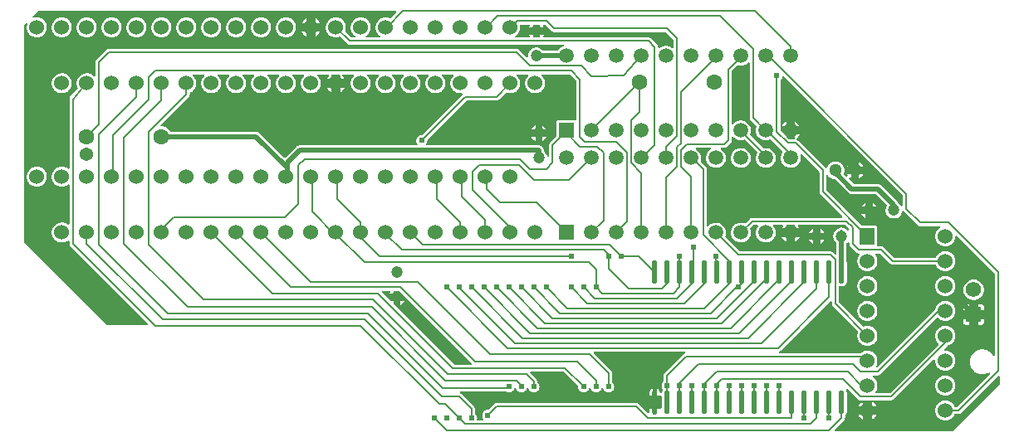
<source format=gbl>
G04 Layer: BottomLayer*
G04 EasyEDA v6.5.51, 2025-09-14 18:22:56*
G04 65470a2a99dd484cb8e495e3fbabed1f,d25947a9a65e436e8dba57a0ec84572b,10*
G04 Gerber Generator version 0.2*
G04 Scale: 100 percent, Rotated: No, Reflected: No *
G04 Dimensions in millimeters *
G04 leading zeros omitted , absolute positions ,4 integer and 5 decimal *
%FSLAX45Y45*%
%MOMM*%

%ADD10C,0.5000*%
%ADD11C,0.2000*%
%ADD12O,0.58801X2.39649*%
%ADD13C,1.5240*%
%ADD14C,1.6000*%
%ADD15R,1.5748X1.5748*%
%ADD16C,1.5748*%
%ADD17C,1.3000*%
%ADD18C,1.3716*%
%ADD19C,0.0181*%
%ADD20C,1.1938*%
%ADD21R,1.5240X1.7000*%
%ADD22C,1.5000*%
%ADD23R,1.6000X1.6000*%
%ADD24C,0.6200*%

%LPD*%
G36*
X6499606Y-405079D02*
G01*
X6495186Y-404926D01*
X6491224Y-402945D01*
X6488480Y-399440D01*
X6487515Y-394157D01*
X6486652Y-386181D01*
X6484366Y-379069D01*
X6480556Y-372465D01*
X6476695Y-367995D01*
X6413855Y-305155D01*
X6407607Y-300075D01*
X6400952Y-296672D01*
X6393586Y-294690D01*
X6387693Y-294233D01*
X5322874Y-294233D01*
X5318506Y-293268D01*
X5315000Y-290525D01*
X5313019Y-286512D01*
X5312918Y-282041D01*
X5314746Y-277977D01*
X5317083Y-274878D01*
X5322570Y-264820D01*
X5281320Y-264820D01*
X5281320Y-284073D01*
X5280507Y-287985D01*
X5278323Y-291287D01*
X5275021Y-293471D01*
X5271160Y-294233D01*
X5219090Y-294233D01*
X5215178Y-293471D01*
X5211876Y-291287D01*
X5209692Y-287985D01*
X5208930Y-284073D01*
X5208930Y-264820D01*
X5167630Y-264820D01*
X5173116Y-274878D01*
X5175453Y-277977D01*
X5177282Y-282041D01*
X5177180Y-286512D01*
X5175199Y-290525D01*
X5171694Y-293268D01*
X5167325Y-294233D01*
X5040223Y-294233D01*
X5035956Y-293319D01*
X5032451Y-290626D01*
X5030419Y-286766D01*
X5030216Y-282397D01*
X5031841Y-278333D01*
X5036159Y-274675D01*
X5046878Y-266192D01*
X5056378Y-256387D01*
X5064455Y-245414D01*
X5071008Y-233476D01*
X5075885Y-220725D01*
X5079085Y-207467D01*
X5080406Y-193903D01*
X5079949Y-180289D01*
X5079034Y-174701D01*
X5079238Y-170332D01*
X5081270Y-166471D01*
X5084775Y-163779D01*
X5089042Y-162864D01*
X5167376Y-162864D01*
X5171744Y-163830D01*
X5175250Y-166573D01*
X5177282Y-170586D01*
X5177332Y-175056D01*
X5175554Y-179120D01*
X5173116Y-182321D01*
X5167630Y-192430D01*
X5208930Y-192430D01*
X5208930Y-173024D01*
X5209692Y-169113D01*
X5211876Y-165811D01*
X5215178Y-163626D01*
X5219090Y-162864D01*
X5271160Y-162864D01*
X5275021Y-163626D01*
X5278323Y-165811D01*
X5280507Y-169113D01*
X5281320Y-173024D01*
X5281320Y-192430D01*
X5322570Y-192430D01*
X5317083Y-182321D01*
X5314645Y-179120D01*
X5312867Y-175056D01*
X5312918Y-170586D01*
X5314950Y-166573D01*
X5318455Y-163830D01*
X5322824Y-162864D01*
X5331663Y-162864D01*
X5335574Y-163626D01*
X5338876Y-165811D01*
X5401208Y-228142D01*
X5407456Y-233222D01*
X5414111Y-236626D01*
X5421477Y-238607D01*
X5427370Y-239064D01*
X6559499Y-239064D01*
X6563410Y-239826D01*
X6566712Y-242011D01*
X6641338Y-316636D01*
X6643522Y-319938D01*
X6644284Y-323850D01*
X6644284Y-391261D01*
X6643370Y-395478D01*
X6640779Y-398932D01*
X6637020Y-401015D01*
X6632702Y-401320D01*
X6628688Y-399796D01*
X6616801Y-392226D01*
X6604558Y-386537D01*
X6591706Y-382574D01*
X6578396Y-380339D01*
X6564934Y-379882D01*
X6551523Y-381203D01*
X6538417Y-384352D01*
X6525818Y-389178D01*
X6514033Y-395681D01*
X6503670Y-403250D01*
G37*

%LPD*%
G36*
X5363108Y-1515211D02*
G01*
X5359095Y-1513890D01*
X5355945Y-1511096D01*
X5354218Y-1507236D01*
X5352592Y-1499870D01*
X5348325Y-1488440D01*
X5342483Y-1477721D01*
X5335168Y-1467967D01*
X5323281Y-1456283D01*
X5321909Y-1453489D01*
X5320588Y-1438910D01*
X5318302Y-1430324D01*
X5314543Y-1422298D01*
X5309463Y-1415034D01*
X5303215Y-1408785D01*
X5295950Y-1403705D01*
X5287873Y-1399946D01*
X5279339Y-1397660D01*
X5270042Y-1396847D01*
X4129989Y-1396847D01*
X4125722Y-1395882D01*
X4122267Y-1393240D01*
X4120235Y-1389430D01*
X4119981Y-1385062D01*
X4121607Y-1380998D01*
X4126331Y-1373936D01*
X4130344Y-1365148D01*
X4132732Y-1355801D01*
X4134053Y-1340967D01*
X4136440Y-1337259D01*
X4533138Y-940511D01*
X4536440Y-938326D01*
X4540351Y-937564D01*
X4838192Y-937564D01*
X4846167Y-936701D01*
X4853279Y-934415D01*
X4859883Y-930605D01*
X4864354Y-926744D01*
X4931359Y-859739D01*
X4934407Y-857656D01*
X4937963Y-856792D01*
X4941570Y-857250D01*
X4954727Y-861314D01*
X4968189Y-863600D01*
X4981803Y-864006D01*
X4995367Y-862685D01*
X5008626Y-859485D01*
X5021376Y-854608D01*
X5033314Y-848055D01*
X5044287Y-839978D01*
X5054092Y-830478D01*
X5062575Y-819759D01*
X5069535Y-808024D01*
X5074818Y-795477D01*
X5078425Y-782320D01*
X5080254Y-768807D01*
X5080254Y-755192D01*
X5078425Y-741680D01*
X5074818Y-728522D01*
X5069535Y-715975D01*
X5062575Y-704240D01*
X5054092Y-693521D01*
X5048707Y-688340D01*
X5046472Y-685038D01*
X5045659Y-681126D01*
X5046370Y-677214D01*
X5048554Y-673862D01*
X5051856Y-671626D01*
X5055768Y-670864D01*
X5154676Y-670864D01*
X5158486Y-671576D01*
X5161737Y-673709D01*
X5163972Y-676910D01*
X5164836Y-680720D01*
X5164226Y-684530D01*
X5162194Y-687882D01*
X5152288Y-698754D01*
X5144566Y-709980D01*
X5138420Y-722172D01*
X5133949Y-735025D01*
X5131206Y-748385D01*
X5130292Y-762000D01*
X5131206Y-775614D01*
X5133949Y-788974D01*
X5138420Y-801878D01*
X5144566Y-814019D01*
X5152288Y-825246D01*
X5161432Y-835406D01*
X5171846Y-844194D01*
X5183327Y-851509D01*
X5195722Y-857250D01*
X5208727Y-861314D01*
X5222189Y-863600D01*
X5235803Y-864006D01*
X5249367Y-862685D01*
X5262626Y-859485D01*
X5275376Y-854608D01*
X5287314Y-848055D01*
X5298287Y-839978D01*
X5308092Y-830478D01*
X5316575Y-819759D01*
X5323535Y-808024D01*
X5328818Y-795477D01*
X5332425Y-782320D01*
X5334254Y-768807D01*
X5334254Y-755192D01*
X5332425Y-741680D01*
X5328818Y-728522D01*
X5323535Y-715975D01*
X5316575Y-704240D01*
X5308092Y-693521D01*
X5302707Y-688340D01*
X5300472Y-685038D01*
X5299659Y-681126D01*
X5300370Y-677214D01*
X5302554Y-673862D01*
X5305856Y-671626D01*
X5309768Y-670864D01*
X5581599Y-670864D01*
X5585510Y-671626D01*
X5588812Y-673811D01*
X5650738Y-735736D01*
X5652922Y-739038D01*
X5653684Y-742950D01*
X5653684Y-1128674D01*
X5652973Y-1132433D01*
X5650890Y-1135684D01*
X5647740Y-1137920D01*
X5643981Y-1138834D01*
X5640171Y-1138275D01*
X5638038Y-1137513D01*
X5631738Y-1136802D01*
X5472887Y-1136802D01*
X5466537Y-1137513D01*
X5461101Y-1139444D01*
X5456174Y-1142492D01*
X5452110Y-1146606D01*
X5449011Y-1151483D01*
X5447080Y-1156970D01*
X5446369Y-1163269D01*
X5446369Y-1303985D01*
X5445607Y-1307896D01*
X5443423Y-1311198D01*
X5385206Y-1369415D01*
X5380126Y-1375664D01*
X5376722Y-1382318D01*
X5374741Y-1389684D01*
X5374284Y-1395577D01*
X5374284Y-1505102D01*
X5373420Y-1509217D01*
X5370931Y-1512620D01*
X5367274Y-1514754D01*
G37*

%LPC*%
G36*
X5306720Y-1347470D02*
G01*
X5316778Y-1341983D01*
X5326532Y-1334668D01*
X5335168Y-1326032D01*
X5342483Y-1316278D01*
X5347970Y-1306220D01*
X5306720Y-1306220D01*
G37*
G36*
X5234330Y-1347470D02*
G01*
X5234330Y-1306220D01*
X5193030Y-1306220D01*
X5198516Y-1316278D01*
X5205831Y-1326032D01*
X5214467Y-1334668D01*
X5224221Y-1341983D01*
G37*
G36*
X5193030Y-1233830D02*
G01*
X5234330Y-1233830D01*
X5234330Y-1192530D01*
X5224221Y-1198016D01*
X5214467Y-1205331D01*
X5205831Y-1213967D01*
X5198516Y-1223721D01*
G37*
G36*
X5306720Y-1233830D02*
G01*
X5347970Y-1233830D01*
X5342483Y-1223721D01*
X5335168Y-1213967D01*
X5326532Y-1205331D01*
X5316778Y-1198016D01*
X5306720Y-1192530D01*
G37*

%LPD*%
G36*
X2679700Y-1523949D02*
G01*
X2675788Y-1523187D01*
X2672537Y-1520952D01*
X2423769Y-1272184D01*
X2420315Y-1269034D01*
X2416810Y-1266342D01*
X2413050Y-1263954D01*
X2409088Y-1261922D01*
X2405024Y-1260195D01*
X2400757Y-1258874D01*
X2396439Y-1257909D01*
X2392019Y-1257350D01*
X2387396Y-1257147D01*
X1520850Y-1257147D01*
X1517599Y-1256588D01*
X1514652Y-1255014D01*
X1512417Y-1252626D01*
X1506423Y-1243634D01*
X1497279Y-1233220D01*
X1486865Y-1224076D01*
X1475333Y-1216406D01*
X1462938Y-1210259D01*
X1449832Y-1205839D01*
X1436217Y-1203147D01*
X1424889Y-1202385D01*
X1421180Y-1201420D01*
X1418082Y-1199083D01*
X1416050Y-1195832D01*
X1415389Y-1192022D01*
X1416202Y-1188262D01*
X1418386Y-1185062D01*
X1701393Y-902004D01*
X1706473Y-895756D01*
X1709877Y-889101D01*
X1711858Y-881735D01*
X1712315Y-875842D01*
X1712315Y-864311D01*
X1713128Y-860348D01*
X1715414Y-856996D01*
X1719376Y-854608D01*
X1731314Y-848055D01*
X1742287Y-839978D01*
X1752092Y-830478D01*
X1760575Y-819759D01*
X1767535Y-808024D01*
X1772818Y-795477D01*
X1776425Y-782320D01*
X1778254Y-768807D01*
X1778254Y-755192D01*
X1776425Y-741680D01*
X1772818Y-728522D01*
X1767535Y-715975D01*
X1760575Y-704240D01*
X1752092Y-693521D01*
X1746707Y-688340D01*
X1744472Y-685038D01*
X1743659Y-681126D01*
X1744370Y-677214D01*
X1746554Y-673862D01*
X1749856Y-671626D01*
X1753768Y-670864D01*
X1852675Y-670864D01*
X1856486Y-671576D01*
X1859737Y-673709D01*
X1861972Y-676910D01*
X1862836Y-680720D01*
X1862226Y-684530D01*
X1860194Y-687882D01*
X1850288Y-698754D01*
X1842566Y-709980D01*
X1836420Y-722172D01*
X1831949Y-735025D01*
X1829206Y-748385D01*
X1828292Y-762000D01*
X1829206Y-775614D01*
X1831949Y-788974D01*
X1836420Y-801878D01*
X1842566Y-814019D01*
X1850288Y-825246D01*
X1859432Y-835406D01*
X1869846Y-844194D01*
X1881327Y-851509D01*
X1893722Y-857250D01*
X1906727Y-861314D01*
X1920189Y-863600D01*
X1933803Y-864006D01*
X1947367Y-862685D01*
X1960625Y-859485D01*
X1973376Y-854608D01*
X1985314Y-848055D01*
X1996287Y-839978D01*
X2006092Y-830478D01*
X2014575Y-819759D01*
X2021535Y-808024D01*
X2026818Y-795477D01*
X2030425Y-782320D01*
X2032254Y-768807D01*
X2032254Y-755192D01*
X2030425Y-741680D01*
X2026818Y-728522D01*
X2021535Y-715975D01*
X2014575Y-704240D01*
X2006092Y-693521D01*
X2000707Y-688340D01*
X1998472Y-685038D01*
X1997659Y-681126D01*
X1998370Y-677214D01*
X2000554Y-673862D01*
X2003856Y-671626D01*
X2007768Y-670864D01*
X2106676Y-670864D01*
X2110486Y-671576D01*
X2113737Y-673709D01*
X2115972Y-676910D01*
X2116836Y-680720D01*
X2116226Y-684530D01*
X2114194Y-687882D01*
X2104288Y-698754D01*
X2096566Y-709980D01*
X2090420Y-722172D01*
X2085949Y-735025D01*
X2083206Y-748385D01*
X2082292Y-762000D01*
X2083206Y-775614D01*
X2085949Y-788974D01*
X2090420Y-801878D01*
X2096566Y-814019D01*
X2104288Y-825246D01*
X2113432Y-835406D01*
X2123846Y-844194D01*
X2135327Y-851509D01*
X2147722Y-857250D01*
X2160727Y-861314D01*
X2174189Y-863600D01*
X2187803Y-864006D01*
X2201367Y-862685D01*
X2214626Y-859485D01*
X2227376Y-854608D01*
X2239314Y-848055D01*
X2250287Y-839978D01*
X2260092Y-830478D01*
X2268575Y-819759D01*
X2275535Y-808024D01*
X2280818Y-795477D01*
X2284425Y-782320D01*
X2286254Y-768807D01*
X2286254Y-755192D01*
X2284425Y-741680D01*
X2280818Y-728522D01*
X2275535Y-715975D01*
X2268575Y-704240D01*
X2260092Y-693521D01*
X2254707Y-688340D01*
X2252472Y-685038D01*
X2251659Y-681126D01*
X2252370Y-677214D01*
X2254554Y-673862D01*
X2257856Y-671626D01*
X2261768Y-670864D01*
X2360676Y-670864D01*
X2364486Y-671576D01*
X2367737Y-673709D01*
X2369972Y-676910D01*
X2370836Y-680720D01*
X2370226Y-684530D01*
X2368194Y-687882D01*
X2358288Y-698754D01*
X2350566Y-709980D01*
X2344420Y-722172D01*
X2339949Y-735025D01*
X2337206Y-748385D01*
X2336292Y-762000D01*
X2337206Y-775614D01*
X2339949Y-788974D01*
X2344420Y-801878D01*
X2350566Y-814019D01*
X2358288Y-825246D01*
X2367432Y-835406D01*
X2377846Y-844194D01*
X2389327Y-851509D01*
X2401722Y-857250D01*
X2414727Y-861314D01*
X2428189Y-863600D01*
X2441803Y-864006D01*
X2455367Y-862685D01*
X2468626Y-859485D01*
X2481376Y-854608D01*
X2493314Y-848055D01*
X2504287Y-839978D01*
X2514092Y-830478D01*
X2522575Y-819759D01*
X2529535Y-808024D01*
X2534818Y-795477D01*
X2538425Y-782320D01*
X2540254Y-768807D01*
X2540254Y-755192D01*
X2538425Y-741680D01*
X2534818Y-728522D01*
X2529535Y-715975D01*
X2522575Y-704240D01*
X2514092Y-693521D01*
X2508707Y-688340D01*
X2506472Y-685038D01*
X2505659Y-681126D01*
X2506370Y-677214D01*
X2508554Y-673862D01*
X2511856Y-671626D01*
X2515768Y-670864D01*
X2614676Y-670864D01*
X2618486Y-671576D01*
X2621737Y-673709D01*
X2623972Y-676910D01*
X2624836Y-680720D01*
X2624226Y-684530D01*
X2622194Y-687882D01*
X2612288Y-698754D01*
X2604566Y-709980D01*
X2598420Y-722172D01*
X2593949Y-735025D01*
X2591206Y-748385D01*
X2590292Y-762000D01*
X2591206Y-775614D01*
X2593949Y-788974D01*
X2598420Y-801878D01*
X2604566Y-814019D01*
X2612288Y-825246D01*
X2621432Y-835406D01*
X2631846Y-844194D01*
X2643327Y-851509D01*
X2655722Y-857250D01*
X2668727Y-861314D01*
X2682189Y-863600D01*
X2695803Y-864006D01*
X2709367Y-862685D01*
X2722626Y-859485D01*
X2735376Y-854608D01*
X2747314Y-848055D01*
X2758287Y-839978D01*
X2768092Y-830478D01*
X2776575Y-819759D01*
X2783535Y-808024D01*
X2788818Y-795477D01*
X2792425Y-782320D01*
X2794254Y-768807D01*
X2794254Y-755192D01*
X2792425Y-741680D01*
X2788818Y-728522D01*
X2783535Y-715975D01*
X2776575Y-704240D01*
X2768092Y-693521D01*
X2762707Y-688340D01*
X2760472Y-685038D01*
X2759659Y-681126D01*
X2760370Y-677214D01*
X2762554Y-673862D01*
X2765856Y-671626D01*
X2769768Y-670864D01*
X2868676Y-670864D01*
X2872486Y-671576D01*
X2875737Y-673709D01*
X2877972Y-676910D01*
X2878836Y-680720D01*
X2878226Y-684530D01*
X2876194Y-687882D01*
X2866288Y-698754D01*
X2858566Y-709980D01*
X2852420Y-722172D01*
X2847949Y-735025D01*
X2845206Y-748385D01*
X2844292Y-762000D01*
X2845206Y-775614D01*
X2847949Y-788974D01*
X2852420Y-801878D01*
X2858566Y-814019D01*
X2866288Y-825246D01*
X2875432Y-835406D01*
X2885846Y-844194D01*
X2897327Y-851509D01*
X2909722Y-857250D01*
X2922727Y-861314D01*
X2936189Y-863600D01*
X2949803Y-864006D01*
X2963367Y-862685D01*
X2976626Y-859485D01*
X2989376Y-854608D01*
X3001314Y-848055D01*
X3012287Y-839978D01*
X3022092Y-830478D01*
X3030575Y-819759D01*
X3037535Y-808024D01*
X3042818Y-795477D01*
X3046425Y-782320D01*
X3048254Y-768807D01*
X3048254Y-755192D01*
X3046425Y-741680D01*
X3042818Y-728522D01*
X3037535Y-715975D01*
X3030575Y-704240D01*
X3022092Y-693521D01*
X3016707Y-688340D01*
X3014472Y-685038D01*
X3013659Y-681126D01*
X3014370Y-677214D01*
X3016554Y-673862D01*
X3019856Y-671626D01*
X3023768Y-670864D01*
X3122676Y-670864D01*
X3126486Y-671576D01*
X3129737Y-673709D01*
X3131972Y-676910D01*
X3132836Y-680720D01*
X3132226Y-684530D01*
X3130194Y-687882D01*
X3120288Y-698754D01*
X3112566Y-709980D01*
X3108756Y-717550D01*
X3155950Y-717550D01*
X3155950Y-681024D01*
X3156712Y-677113D01*
X3158947Y-673811D01*
X3162198Y-671626D01*
X3166110Y-670864D01*
X3234690Y-670864D01*
X3238601Y-671626D01*
X3241852Y-673811D01*
X3244088Y-677113D01*
X3244850Y-681024D01*
X3244850Y-717550D01*
X3292195Y-717550D01*
X3291535Y-715975D01*
X3284575Y-704240D01*
X3276092Y-693521D01*
X3270707Y-688340D01*
X3268472Y-685038D01*
X3267659Y-681126D01*
X3268370Y-677214D01*
X3270554Y-673862D01*
X3273856Y-671626D01*
X3277768Y-670864D01*
X3376676Y-670864D01*
X3380486Y-671576D01*
X3383737Y-673709D01*
X3385972Y-676910D01*
X3386836Y-680720D01*
X3386226Y-684530D01*
X3384194Y-687882D01*
X3374288Y-698754D01*
X3366566Y-709980D01*
X3360420Y-722172D01*
X3355949Y-735025D01*
X3353206Y-748385D01*
X3352292Y-762000D01*
X3353206Y-775614D01*
X3355949Y-788974D01*
X3360420Y-801878D01*
X3366566Y-814019D01*
X3374288Y-825246D01*
X3383432Y-835406D01*
X3393846Y-844194D01*
X3405327Y-851509D01*
X3417722Y-857250D01*
X3430727Y-861314D01*
X3444189Y-863600D01*
X3457803Y-864006D01*
X3471367Y-862685D01*
X3484626Y-859485D01*
X3497376Y-854608D01*
X3509314Y-848055D01*
X3520287Y-839978D01*
X3530092Y-830478D01*
X3538575Y-819759D01*
X3545535Y-808024D01*
X3550818Y-795477D01*
X3554425Y-782320D01*
X3556254Y-768807D01*
X3556254Y-755192D01*
X3554425Y-741680D01*
X3550818Y-728522D01*
X3545535Y-715975D01*
X3538575Y-704240D01*
X3530092Y-693521D01*
X3524707Y-688340D01*
X3522472Y-685038D01*
X3521659Y-681126D01*
X3522370Y-677214D01*
X3524554Y-673862D01*
X3527856Y-671626D01*
X3531768Y-670864D01*
X3630676Y-670864D01*
X3634486Y-671576D01*
X3637737Y-673709D01*
X3639972Y-676910D01*
X3640836Y-680720D01*
X3640226Y-684530D01*
X3638194Y-687882D01*
X3628288Y-698754D01*
X3620566Y-709980D01*
X3614420Y-722172D01*
X3609949Y-735025D01*
X3607206Y-748385D01*
X3606292Y-762000D01*
X3607206Y-775614D01*
X3609949Y-788974D01*
X3614420Y-801878D01*
X3620566Y-814019D01*
X3628288Y-825246D01*
X3637432Y-835406D01*
X3647846Y-844194D01*
X3659327Y-851509D01*
X3671722Y-857250D01*
X3684727Y-861314D01*
X3698189Y-863600D01*
X3711803Y-864006D01*
X3725367Y-862685D01*
X3738626Y-859485D01*
X3751376Y-854608D01*
X3763314Y-848055D01*
X3774287Y-839978D01*
X3784092Y-830478D01*
X3792575Y-819759D01*
X3799535Y-808024D01*
X3804818Y-795477D01*
X3808425Y-782320D01*
X3810254Y-768807D01*
X3810254Y-755192D01*
X3808425Y-741680D01*
X3804818Y-728522D01*
X3799535Y-715975D01*
X3792575Y-704240D01*
X3784092Y-693521D01*
X3778707Y-688340D01*
X3776472Y-685038D01*
X3775659Y-681126D01*
X3776370Y-677214D01*
X3778554Y-673862D01*
X3781856Y-671626D01*
X3785768Y-670864D01*
X3884676Y-670864D01*
X3888486Y-671576D01*
X3891737Y-673709D01*
X3893972Y-676910D01*
X3894836Y-680720D01*
X3894226Y-684530D01*
X3892194Y-687882D01*
X3882288Y-698754D01*
X3874566Y-709980D01*
X3868420Y-722172D01*
X3863949Y-735025D01*
X3861206Y-748385D01*
X3860292Y-762000D01*
X3861206Y-775614D01*
X3863949Y-788974D01*
X3868420Y-801878D01*
X3874566Y-814019D01*
X3882288Y-825246D01*
X3891432Y-835406D01*
X3901846Y-844194D01*
X3913327Y-851509D01*
X3925722Y-857250D01*
X3938727Y-861314D01*
X3952189Y-863600D01*
X3965803Y-864006D01*
X3979367Y-862685D01*
X3992626Y-859485D01*
X4005376Y-854608D01*
X4017314Y-848055D01*
X4028287Y-839978D01*
X4038092Y-830478D01*
X4046575Y-819759D01*
X4053535Y-808024D01*
X4058818Y-795477D01*
X4062425Y-782320D01*
X4064254Y-768807D01*
X4064254Y-755192D01*
X4062425Y-741680D01*
X4058818Y-728522D01*
X4053535Y-715975D01*
X4046575Y-704240D01*
X4038092Y-693521D01*
X4032707Y-688340D01*
X4030472Y-685038D01*
X4029659Y-681126D01*
X4030370Y-677214D01*
X4032554Y-673862D01*
X4035856Y-671626D01*
X4039768Y-670864D01*
X4138676Y-670864D01*
X4142486Y-671576D01*
X4145737Y-673709D01*
X4147972Y-676910D01*
X4148836Y-680720D01*
X4148226Y-684530D01*
X4146194Y-687882D01*
X4136288Y-698754D01*
X4128566Y-709980D01*
X4122420Y-722172D01*
X4117949Y-735025D01*
X4115206Y-748385D01*
X4114292Y-762000D01*
X4115206Y-775614D01*
X4117949Y-788974D01*
X4122420Y-801878D01*
X4128566Y-814019D01*
X4136288Y-825246D01*
X4145432Y-835406D01*
X4155846Y-844194D01*
X4167327Y-851509D01*
X4179722Y-857250D01*
X4192727Y-861314D01*
X4206189Y-863600D01*
X4219803Y-864006D01*
X4233367Y-862685D01*
X4246626Y-859485D01*
X4259376Y-854608D01*
X4271314Y-848055D01*
X4282287Y-839978D01*
X4292092Y-830478D01*
X4300575Y-819759D01*
X4307535Y-808024D01*
X4312818Y-795477D01*
X4316425Y-782320D01*
X4318254Y-768807D01*
X4318254Y-755192D01*
X4316425Y-741680D01*
X4312818Y-728522D01*
X4307535Y-715975D01*
X4300575Y-704240D01*
X4292092Y-693521D01*
X4286707Y-688340D01*
X4284472Y-685038D01*
X4283659Y-681126D01*
X4284370Y-677214D01*
X4286554Y-673862D01*
X4289856Y-671626D01*
X4293768Y-670864D01*
X4392676Y-670864D01*
X4396486Y-671576D01*
X4399737Y-673709D01*
X4401972Y-676910D01*
X4402836Y-680720D01*
X4402226Y-684530D01*
X4400194Y-687882D01*
X4390288Y-698754D01*
X4382566Y-709980D01*
X4376420Y-722172D01*
X4371949Y-735025D01*
X4369206Y-748385D01*
X4368292Y-762000D01*
X4369206Y-775614D01*
X4371949Y-788974D01*
X4376420Y-801878D01*
X4382566Y-814019D01*
X4390288Y-825246D01*
X4399432Y-835406D01*
X4409846Y-844194D01*
X4421327Y-851509D01*
X4433722Y-857250D01*
X4446727Y-861314D01*
X4460189Y-863600D01*
X4473803Y-864006D01*
X4483557Y-863041D01*
X4487672Y-863498D01*
X4491278Y-865530D01*
X4493768Y-868781D01*
X4494733Y-872794D01*
X4494022Y-876909D01*
X4491786Y-880364D01*
X4085691Y-1286408D01*
X4082592Y-1288542D01*
X4078935Y-1289405D01*
X4069486Y-1289812D01*
X4060037Y-1291844D01*
X4051096Y-1295400D01*
X4042867Y-1300480D01*
X4035653Y-1306830D01*
X4029557Y-1314348D01*
X4024884Y-1322781D01*
X4021683Y-1331874D01*
X4020058Y-1341374D01*
X4020058Y-1351026D01*
X4021683Y-1360525D01*
X4024884Y-1369618D01*
X4029557Y-1378051D01*
X4031386Y-1380286D01*
X4033164Y-1383639D01*
X4033621Y-1387398D01*
X4032656Y-1391056D01*
X4030421Y-1394104D01*
X4027220Y-1396136D01*
X4023512Y-1396847D01*
X2832303Y-1396847D01*
X2827680Y-1397050D01*
X2823260Y-1397609D01*
X2818942Y-1398574D01*
X2814675Y-1399895D01*
X2810611Y-1401622D01*
X2806649Y-1403654D01*
X2802890Y-1406042D01*
X2799384Y-1408734D01*
X2795930Y-1411884D01*
X2686862Y-1520952D01*
X2683611Y-1523187D01*
G37*

%LPC*%
G36*
X3244850Y-853795D02*
G01*
X3255314Y-848055D01*
X3266287Y-839978D01*
X3276092Y-830478D01*
X3284575Y-819759D01*
X3291535Y-808024D01*
X3292195Y-806450D01*
X3244850Y-806450D01*
G37*
G36*
X3155950Y-853643D02*
G01*
X3155950Y-806450D01*
X3108756Y-806450D01*
X3112566Y-814019D01*
X3120288Y-825246D01*
X3129432Y-835406D01*
X3139846Y-844194D01*
X3151327Y-851509D01*
G37*

%LPD*%
G36*
X8968994Y-2016302D02*
G01*
X8964930Y-2014524D01*
X8961983Y-2011121D01*
X8954668Y-2001367D01*
X8946032Y-1992731D01*
X8937955Y-1986686D01*
X8936177Y-1984959D01*
X8931706Y-1977389D01*
X8929014Y-1973884D01*
X8925864Y-1970430D01*
X8761069Y-1805686D01*
X8757615Y-1802536D01*
X8754110Y-1799793D01*
X8750350Y-1797405D01*
X8746388Y-1795373D01*
X8742324Y-1793697D01*
X8738057Y-1792325D01*
X8733739Y-1791360D01*
X8729319Y-1790801D01*
X8724696Y-1790598D01*
X8485073Y-1790598D01*
X8481212Y-1789836D01*
X8477910Y-1787601D01*
X8433968Y-1743710D01*
X8431682Y-1740103D01*
X8431022Y-1735937D01*
X8432139Y-1731822D01*
X8434832Y-1728571D01*
X8438642Y-1726641D01*
X8442909Y-1726488D01*
X8446871Y-1728063D01*
X8449259Y-1729689D01*
X8455863Y-1732940D01*
X8455863Y-1689862D01*
X8412734Y-1689862D01*
X8414461Y-1693672D01*
X8418017Y-1699310D01*
X8419439Y-1703273D01*
X8419134Y-1707489D01*
X8417204Y-1711198D01*
X8413902Y-1713788D01*
X8409838Y-1714855D01*
X8405723Y-1714195D01*
X8402218Y-1711909D01*
X8382457Y-1692148D01*
X8380323Y-1688998D01*
X8379459Y-1685239D01*
X8380069Y-1681480D01*
X8382050Y-1676095D01*
X8384743Y-1663293D01*
X8385606Y-1651000D01*
X8384692Y-1638350D01*
X8382050Y-1625955D01*
X8377732Y-1614017D01*
X8371789Y-1602841D01*
X8364321Y-1592580D01*
X8355533Y-1583486D01*
X8345525Y-1575663D01*
X8334552Y-1569313D01*
X8322767Y-1564589D01*
X8310473Y-1561490D01*
X8297875Y-1560169D01*
X8285175Y-1560626D01*
X8272729Y-1562811D01*
X8260638Y-1566722D01*
X8249259Y-1572310D01*
X8238744Y-1579372D01*
X8229346Y-1587855D01*
X8221167Y-1597558D01*
X8214461Y-1608328D01*
X8208721Y-1621180D01*
X8207654Y-1623161D01*
X8205317Y-1626107D01*
X8202015Y-1628038D01*
X8198307Y-1628597D01*
X8194598Y-1627733D01*
X8191500Y-1625600D01*
X7913420Y-1347571D01*
X7907172Y-1342491D01*
X7901482Y-1339596D01*
X7898333Y-1337106D01*
X7896402Y-1333652D01*
X7895945Y-1329690D01*
X7897063Y-1325880D01*
X7899501Y-1322781D01*
X7908442Y-1315212D01*
X7917484Y-1305255D01*
X7925104Y-1294130D01*
X7928914Y-1286560D01*
X7882128Y-1286560D01*
X7882128Y-1326489D01*
X7881366Y-1330401D01*
X7879181Y-1333703D01*
X7875879Y-1335887D01*
X7871968Y-1336649D01*
X7830362Y-1336649D01*
X7826451Y-1335887D01*
X7823149Y-1333703D01*
X7797444Y-1307947D01*
X7795209Y-1304645D01*
X7794447Y-1300784D01*
X7794447Y-1286560D01*
X7780274Y-1286560D01*
X7776362Y-1285798D01*
X7773060Y-1283614D01*
X7735062Y-1245616D01*
X7732877Y-1242314D01*
X7732115Y-1238402D01*
X7732115Y-1209040D01*
X7732877Y-1205128D01*
X7735062Y-1201826D01*
X7738364Y-1199642D01*
X7742275Y-1198880D01*
X7794447Y-1198880D01*
X7794447Y-1151940D01*
X7784033Y-1157681D01*
X7773162Y-1165656D01*
X7763459Y-1175054D01*
X7755128Y-1185621D01*
X7751013Y-1192580D01*
X7748016Y-1195781D01*
X7743952Y-1197406D01*
X7739583Y-1197203D01*
X7735722Y-1195171D01*
X7733030Y-1191666D01*
X7732115Y-1187399D01*
X7732115Y-734314D01*
X7732826Y-730504D01*
X7734909Y-727303D01*
X7740446Y-721512D01*
X7745831Y-713536D01*
X7749844Y-704748D01*
X7751318Y-699008D01*
X7753197Y-695198D01*
X7756499Y-692505D01*
X7760614Y-691388D01*
X7764780Y-692048D01*
X7768336Y-694385D01*
X8978138Y-1904136D01*
X8980322Y-1907438D01*
X8981084Y-1911350D01*
X8981084Y-2006295D01*
X8980119Y-2010664D01*
X8977376Y-2014169D01*
X8973464Y-2016150D01*
G37*

%LPC*%
G36*
X8533536Y-1733092D02*
G01*
X8534552Y-1732686D01*
X8545525Y-1726336D01*
X8555532Y-1718564D01*
X8564321Y-1709420D01*
X8571788Y-1699158D01*
X8576716Y-1689862D01*
X8533536Y-1689862D01*
G37*
G36*
X8412734Y-1612138D02*
G01*
X8455863Y-1612138D01*
X8455863Y-1569059D01*
X8449259Y-1572310D01*
X8438743Y-1579372D01*
X8429345Y-1587855D01*
X8421166Y-1597558D01*
X8414461Y-1608328D01*
G37*
G36*
X8533536Y-1612138D02*
G01*
X8576716Y-1612138D01*
X8571788Y-1602841D01*
X8564321Y-1592580D01*
X8555532Y-1583486D01*
X8545525Y-1575663D01*
X8534552Y-1569313D01*
X8533536Y-1568907D01*
G37*
G36*
X7882128Y-1198880D02*
G01*
X7928914Y-1198880D01*
X7925104Y-1191310D01*
X7917484Y-1180185D01*
X7908442Y-1170178D01*
X7898130Y-1161491D01*
X7886801Y-1154226D01*
X7882128Y-1152093D01*
G37*

%LPD*%
G36*
X8295538Y-2512771D02*
G01*
X8291626Y-2512009D01*
X8288324Y-2509824D01*
X8268055Y-2489555D01*
X8261807Y-2484475D01*
X8255152Y-2481072D01*
X8247786Y-2479090D01*
X8241893Y-2478633D01*
X7322616Y-2478633D01*
X7318705Y-2477871D01*
X7315403Y-2475687D01*
X7172909Y-2333193D01*
X7170775Y-2330043D01*
X7169962Y-2326386D01*
X7170521Y-2322677D01*
X7173620Y-2313736D01*
X7176262Y-2300528D01*
X7177176Y-2287117D01*
X7176262Y-2273655D01*
X7173620Y-2260447D01*
X7169200Y-2247696D01*
X7163104Y-2235708D01*
X7155484Y-2224582D01*
X7146442Y-2214575D01*
X7136130Y-2205888D01*
X7124801Y-2198624D01*
X7112558Y-2192934D01*
X7099706Y-2188972D01*
X7086396Y-2186736D01*
X7072934Y-2186279D01*
X7059523Y-2187600D01*
X7046417Y-2190750D01*
X7033818Y-2195576D01*
X7022033Y-2202078D01*
X7011162Y-2210054D01*
X7001459Y-2219452D01*
X6997750Y-2222754D01*
X6993737Y-2223922D01*
X6989622Y-2223414D01*
X6986066Y-2221280D01*
X6983679Y-2217877D01*
X6982815Y-2213813D01*
X6982815Y-1639011D01*
X6981952Y-1631035D01*
X6979666Y-1623923D01*
X6975856Y-1617319D01*
X6971995Y-1612849D01*
X6921855Y-1562709D01*
X6919722Y-1559560D01*
X6918909Y-1555902D01*
X6922262Y-1538528D01*
X6923176Y-1525117D01*
X6922262Y-1511655D01*
X6919620Y-1498447D01*
X6915200Y-1485696D01*
X6909104Y-1473708D01*
X6901484Y-1462582D01*
X6892442Y-1452575D01*
X6882130Y-1443888D01*
X6874306Y-1438859D01*
X6871258Y-1435811D01*
X6869734Y-1431798D01*
X6870039Y-1427480D01*
X6872071Y-1423670D01*
X6875525Y-1421079D01*
X6879793Y-1420164D01*
X7018680Y-1420164D01*
X7022998Y-1421130D01*
X7026503Y-1423822D01*
X7028484Y-1427784D01*
X7028637Y-1432255D01*
X7026859Y-1436319D01*
X7023557Y-1439214D01*
X7022033Y-1440078D01*
X7011162Y-1448054D01*
X7001459Y-1457452D01*
X6993128Y-1468018D01*
X6986270Y-1479600D01*
X6980986Y-1491996D01*
X6977430Y-1505000D01*
X6975652Y-1518361D01*
X6975652Y-1531823D01*
X6977430Y-1545183D01*
X6980986Y-1558188D01*
X6986270Y-1570583D01*
X6993128Y-1582216D01*
X7001459Y-1592783D01*
X7011162Y-1602130D01*
X7022033Y-1610156D01*
X7033818Y-1616608D01*
X7046417Y-1621434D01*
X7059523Y-1624584D01*
X7072934Y-1625904D01*
X7086396Y-1625498D01*
X7099706Y-1623212D01*
X7112558Y-1619250D01*
X7124801Y-1613560D01*
X7136130Y-1606296D01*
X7146442Y-1597609D01*
X7155484Y-1587601D01*
X7163104Y-1576527D01*
X7169200Y-1564487D01*
X7173620Y-1551736D01*
X7176262Y-1538528D01*
X7177176Y-1525117D01*
X7176262Y-1511655D01*
X7173620Y-1498447D01*
X7169200Y-1485696D01*
X7163104Y-1473708D01*
X7155484Y-1462582D01*
X7146442Y-1452575D01*
X7136130Y-1443888D01*
X7128306Y-1438859D01*
X7125258Y-1435811D01*
X7123734Y-1431798D01*
X7124039Y-1427480D01*
X7126071Y-1423670D01*
X7129525Y-1421079D01*
X7133793Y-1420164D01*
X7162292Y-1420164D01*
X7170267Y-1419301D01*
X7177379Y-1417015D01*
X7183983Y-1413205D01*
X7188453Y-1409344D01*
X7225893Y-1371904D01*
X7230973Y-1365656D01*
X7234377Y-1359001D01*
X7236358Y-1351635D01*
X7236815Y-1345742D01*
X7236815Y-1315974D01*
X7237679Y-1311910D01*
X7240066Y-1308557D01*
X7243622Y-1306423D01*
X7247737Y-1305864D01*
X7251750Y-1307033D01*
X7265162Y-1319733D01*
X7276033Y-1327759D01*
X7287818Y-1334211D01*
X7300417Y-1339037D01*
X7313523Y-1342186D01*
X7326934Y-1343558D01*
X7340396Y-1343101D01*
X7353706Y-1340866D01*
X7362799Y-1338021D01*
X7366406Y-1337564D01*
X7369962Y-1338478D01*
X7372959Y-1340510D01*
X7495336Y-1462786D01*
X7497724Y-1466494D01*
X7498283Y-1470914D01*
X7496911Y-1475130D01*
X7494270Y-1479600D01*
X7488986Y-1491996D01*
X7485430Y-1505000D01*
X7483652Y-1518361D01*
X7483652Y-1531823D01*
X7485430Y-1545183D01*
X7488986Y-1558188D01*
X7494270Y-1570583D01*
X7501128Y-1582216D01*
X7509459Y-1592783D01*
X7519162Y-1602130D01*
X7530033Y-1610156D01*
X7541818Y-1616608D01*
X7554417Y-1621434D01*
X7567523Y-1624584D01*
X7580934Y-1625904D01*
X7594396Y-1625498D01*
X7607706Y-1623212D01*
X7620558Y-1619250D01*
X7632801Y-1613560D01*
X7644130Y-1606296D01*
X7654442Y-1597609D01*
X7663484Y-1587601D01*
X7671104Y-1576527D01*
X7677200Y-1564487D01*
X7681620Y-1551736D01*
X7684262Y-1538528D01*
X7685176Y-1525117D01*
X7684262Y-1511655D01*
X7681620Y-1498447D01*
X7677200Y-1485696D01*
X7671104Y-1473708D01*
X7663484Y-1462582D01*
X7654442Y-1452575D01*
X7644130Y-1443888D01*
X7632801Y-1436624D01*
X7620558Y-1430934D01*
X7607706Y-1426972D01*
X7594396Y-1424736D01*
X7580934Y-1424279D01*
X7563358Y-1426006D01*
X7560056Y-1425092D01*
X7557262Y-1423111D01*
X7425842Y-1291844D01*
X7423708Y-1288745D01*
X7422896Y-1285036D01*
X7423454Y-1281328D01*
X7427620Y-1269339D01*
X7430262Y-1256131D01*
X7431176Y-1242720D01*
X7430262Y-1229258D01*
X7427620Y-1216050D01*
X7423200Y-1203299D01*
X7417104Y-1191310D01*
X7409484Y-1180185D01*
X7400442Y-1170178D01*
X7390130Y-1161491D01*
X7378801Y-1154226D01*
X7366558Y-1148537D01*
X7353706Y-1144574D01*
X7340396Y-1142339D01*
X7326934Y-1141882D01*
X7313523Y-1143203D01*
X7300417Y-1146352D01*
X7287818Y-1151178D01*
X7276033Y-1157681D01*
X7265162Y-1165656D01*
X7255459Y-1175054D01*
X7251750Y-1178356D01*
X7247737Y-1179525D01*
X7243622Y-1179017D01*
X7240066Y-1176883D01*
X7237679Y-1173480D01*
X7236815Y-1169416D01*
X7236815Y-641350D01*
X7237577Y-637438D01*
X7239762Y-634136D01*
X7293559Y-580390D01*
X7296353Y-578408D01*
X7299655Y-577494D01*
X7303058Y-577697D01*
X7313523Y-580186D01*
X7326934Y-581558D01*
X7340396Y-581101D01*
X7353706Y-578866D01*
X7366558Y-574852D01*
X7378801Y-569163D01*
X7390130Y-561949D01*
X7404557Y-549859D01*
X7408468Y-548944D01*
X7412481Y-549605D01*
X7415885Y-551789D01*
X7418171Y-555091D01*
X7418984Y-559104D01*
X7418984Y-1117041D01*
X7419848Y-1125016D01*
X7422134Y-1132128D01*
X7425944Y-1138732D01*
X7429804Y-1143203D01*
X7486345Y-1199794D01*
X7488377Y-1202690D01*
X7489291Y-1206144D01*
X7488986Y-1209649D01*
X7485430Y-1222603D01*
X7483652Y-1235964D01*
X7483652Y-1249426D01*
X7485430Y-1262786D01*
X7488986Y-1275791D01*
X7494270Y-1288186D01*
X7501128Y-1299819D01*
X7509459Y-1310386D01*
X7519162Y-1319733D01*
X7530033Y-1327759D01*
X7541818Y-1334211D01*
X7554417Y-1339037D01*
X7567523Y-1342186D01*
X7580934Y-1343507D01*
X7594396Y-1343101D01*
X7607706Y-1340815D01*
X7620558Y-1336852D01*
X7624724Y-1334922D01*
X7628686Y-1333957D01*
X7632750Y-1334719D01*
X7636154Y-1336954D01*
X7754061Y-1454861D01*
X7756448Y-1458620D01*
X7757007Y-1463040D01*
X7755636Y-1467256D01*
X7748270Y-1479600D01*
X7742986Y-1491996D01*
X7739430Y-1505000D01*
X7737652Y-1518361D01*
X7737652Y-1531874D01*
X7739430Y-1545183D01*
X7742986Y-1558188D01*
X7748270Y-1570634D01*
X7755128Y-1582216D01*
X7763459Y-1592783D01*
X7773162Y-1602130D01*
X7784033Y-1610156D01*
X7795818Y-1616608D01*
X7808417Y-1621485D01*
X7821523Y-1624584D01*
X7834934Y-1625955D01*
X7848396Y-1625498D01*
X7861706Y-1623263D01*
X7874558Y-1619250D01*
X7886801Y-1613560D01*
X7898130Y-1606346D01*
X7908442Y-1597609D01*
X7917484Y-1587652D01*
X7925104Y-1576527D01*
X7931200Y-1564487D01*
X7935620Y-1551787D01*
X7938262Y-1538579D01*
X7939176Y-1525117D01*
X7938262Y-1511706D01*
X7935315Y-1497380D01*
X7935366Y-1493062D01*
X7937195Y-1489202D01*
X7940446Y-1486408D01*
X7944561Y-1485188D01*
X7948828Y-1485798D01*
X7952435Y-1488135D01*
X8127238Y-1662887D01*
X8129422Y-1666189D01*
X8130184Y-1670100D01*
X8130184Y-1869643D01*
X8131048Y-1877618D01*
X8133334Y-1884730D01*
X8137144Y-1891334D01*
X8141004Y-1895805D01*
X8363559Y-2118410D01*
X8365744Y-2121712D01*
X8366556Y-2125573D01*
X8365744Y-2129485D01*
X8363559Y-2132787D01*
X8360257Y-2134971D01*
X8356396Y-2135733D01*
X7446264Y-2135733D01*
X7438288Y-2136597D01*
X7431176Y-2138883D01*
X7424572Y-2142693D01*
X7420102Y-2146554D01*
X7376312Y-2190292D01*
X7373315Y-2192375D01*
X7369759Y-2193239D01*
X7366101Y-2192832D01*
X7353706Y-2188972D01*
X7340396Y-2186736D01*
X7326934Y-2186279D01*
X7313523Y-2187600D01*
X7300417Y-2190750D01*
X7287818Y-2195576D01*
X7276033Y-2202078D01*
X7265162Y-2210054D01*
X7255459Y-2219452D01*
X7247128Y-2230018D01*
X7240270Y-2241600D01*
X7234986Y-2253996D01*
X7231430Y-2267000D01*
X7229652Y-2280361D01*
X7229652Y-2293823D01*
X7231430Y-2307183D01*
X7234986Y-2320188D01*
X7240270Y-2332583D01*
X7247128Y-2344216D01*
X7255459Y-2354783D01*
X7265162Y-2364130D01*
X7276033Y-2372156D01*
X7287818Y-2378608D01*
X7300417Y-2383434D01*
X7313523Y-2386584D01*
X7326934Y-2387904D01*
X7340396Y-2387498D01*
X7353706Y-2385212D01*
X7366558Y-2381250D01*
X7378801Y-2375560D01*
X7390130Y-2368296D01*
X7400442Y-2359609D01*
X7409484Y-2349601D01*
X7417104Y-2338527D01*
X7423200Y-2326487D01*
X7427620Y-2313736D01*
X7430262Y-2300528D01*
X7431176Y-2287117D01*
X7430262Y-2273655D01*
X7427620Y-2260447D01*
X7424572Y-2251710D01*
X7424013Y-2248001D01*
X7424877Y-2244293D01*
X7426959Y-2241194D01*
X7457643Y-2210511D01*
X7460945Y-2208326D01*
X7464856Y-2207564D01*
X7497876Y-2207564D01*
X7502296Y-2208580D01*
X7505801Y-2211374D01*
X7507782Y-2215438D01*
X7507782Y-2219960D01*
X7505852Y-2224024D01*
X7501128Y-2230018D01*
X7494270Y-2241600D01*
X7488986Y-2253996D01*
X7485430Y-2267000D01*
X7483652Y-2280361D01*
X7483652Y-2293823D01*
X7485430Y-2307183D01*
X7488986Y-2320188D01*
X7494270Y-2332583D01*
X7501128Y-2344216D01*
X7509459Y-2354783D01*
X7519162Y-2364130D01*
X7530033Y-2372156D01*
X7541818Y-2378608D01*
X7554417Y-2383434D01*
X7567523Y-2386584D01*
X7580934Y-2387904D01*
X7594396Y-2387498D01*
X7607706Y-2385212D01*
X7620558Y-2381250D01*
X7632801Y-2375560D01*
X7644130Y-2368296D01*
X7654442Y-2359609D01*
X7663484Y-2349601D01*
X7671104Y-2338527D01*
X7677200Y-2326487D01*
X7681620Y-2313736D01*
X7684262Y-2300528D01*
X7685176Y-2287117D01*
X7684262Y-2273655D01*
X7681620Y-2260447D01*
X7677200Y-2247696D01*
X7671104Y-2235708D01*
X7663434Y-2224532D01*
X7661452Y-2221230D01*
X7660843Y-2217369D01*
X7661706Y-2213610D01*
X7663891Y-2210409D01*
X7667142Y-2208276D01*
X7670952Y-2207564D01*
X7751876Y-2207564D01*
X7756296Y-2208580D01*
X7759801Y-2211374D01*
X7761782Y-2215438D01*
X7761782Y-2219960D01*
X7759852Y-2224024D01*
X7755128Y-2230018D01*
X7748270Y-2241600D01*
X7747558Y-2243277D01*
X7794447Y-2243277D01*
X7794447Y-2217724D01*
X7795209Y-2213813D01*
X7797444Y-2210511D01*
X7800746Y-2208326D01*
X7804607Y-2207564D01*
X7871968Y-2207564D01*
X7875879Y-2208326D01*
X7879181Y-2210511D01*
X7881366Y-2213813D01*
X7882128Y-2217724D01*
X7882128Y-2243277D01*
X7928914Y-2243277D01*
X7925104Y-2235708D01*
X7917434Y-2224532D01*
X7915402Y-2221230D01*
X7914792Y-2217369D01*
X7915656Y-2213610D01*
X7917891Y-2210409D01*
X7921142Y-2208276D01*
X7924952Y-2207564D01*
X8388299Y-2207564D01*
X8392210Y-2208326D01*
X8395512Y-2210511D01*
X8432038Y-2247036D01*
X8434222Y-2250338D01*
X8434984Y-2254250D01*
X8434984Y-2257247D01*
X8434222Y-2261158D01*
X8432038Y-2264460D01*
X8428736Y-2266645D01*
X8424824Y-2267407D01*
X8420963Y-2266645D01*
X8417661Y-2264460D01*
X8412632Y-2259431D01*
X8402878Y-2252116D01*
X8392160Y-2246274D01*
X8384895Y-2243582D01*
X8382050Y-2241956D01*
X8373973Y-2238197D01*
X8365439Y-2235911D01*
X8356600Y-2235149D01*
X8347760Y-2235911D01*
X8339226Y-2238197D01*
X8328304Y-2243582D01*
X8321040Y-2246274D01*
X8310321Y-2252116D01*
X8300567Y-2259431D01*
X8291931Y-2268067D01*
X8284616Y-2277821D01*
X8278774Y-2288540D01*
X8274507Y-2299970D01*
X8271916Y-2311908D01*
X8271052Y-2324100D01*
X8271916Y-2336292D01*
X8274507Y-2348230D01*
X8278774Y-2359660D01*
X8284616Y-2370378D01*
X8291931Y-2380132D01*
X8303818Y-2391816D01*
X8305190Y-2394610D01*
X8305698Y-2397709D01*
X8305698Y-2502611D01*
X8304936Y-2506522D01*
X8302701Y-2509824D01*
X8299399Y-2512009D01*
G37*

%LPC*%
G36*
X8138820Y-2401570D02*
G01*
X8148878Y-2396083D01*
X8158632Y-2388768D01*
X8167268Y-2380132D01*
X8174583Y-2370378D01*
X8180070Y-2360320D01*
X8138820Y-2360320D01*
G37*
G36*
X8066430Y-2401570D02*
G01*
X8066430Y-2360320D01*
X8025130Y-2360320D01*
X8030616Y-2370378D01*
X8037931Y-2380132D01*
X8046567Y-2388768D01*
X8056321Y-2396083D01*
G37*
G36*
X7794447Y-2377846D02*
G01*
X7794447Y-2330958D01*
X7747558Y-2330958D01*
X7748270Y-2332634D01*
X7755128Y-2344216D01*
X7763459Y-2354783D01*
X7773162Y-2364130D01*
X7784033Y-2372156D01*
G37*
G36*
X7882128Y-2377744D02*
G01*
X7886801Y-2375560D01*
X7898130Y-2368346D01*
X7908442Y-2359609D01*
X7917484Y-2349652D01*
X7925104Y-2338527D01*
X7928914Y-2330958D01*
X7882128Y-2330958D01*
G37*
G36*
X8138820Y-2287930D02*
G01*
X8180070Y-2287930D01*
X8174583Y-2277821D01*
X8167268Y-2268067D01*
X8158632Y-2259431D01*
X8148878Y-2252116D01*
X8138820Y-2246630D01*
G37*
G36*
X8025130Y-2287930D02*
G01*
X8066430Y-2287930D01*
X8066430Y-2246630D01*
X8056321Y-2252116D01*
X8046567Y-2259431D01*
X8037931Y-2268067D01*
X8030616Y-2277821D01*
G37*
G36*
X7326934Y-1625904D02*
G01*
X7340396Y-1625498D01*
X7353706Y-1623212D01*
X7366558Y-1619250D01*
X7378801Y-1613560D01*
X7390130Y-1606296D01*
X7400442Y-1597609D01*
X7409484Y-1587601D01*
X7417104Y-1576527D01*
X7423200Y-1564487D01*
X7427620Y-1551736D01*
X7430262Y-1538528D01*
X7431176Y-1525117D01*
X7430262Y-1511655D01*
X7427620Y-1498447D01*
X7423200Y-1485696D01*
X7417104Y-1473708D01*
X7409484Y-1462582D01*
X7400442Y-1452575D01*
X7390130Y-1443888D01*
X7378801Y-1436624D01*
X7366558Y-1430934D01*
X7353706Y-1426972D01*
X7340396Y-1424736D01*
X7326934Y-1424279D01*
X7313523Y-1425600D01*
X7300417Y-1428750D01*
X7287818Y-1433576D01*
X7276033Y-1440078D01*
X7265162Y-1448054D01*
X7255459Y-1457452D01*
X7247128Y-1468018D01*
X7240270Y-1479600D01*
X7234986Y-1491996D01*
X7231430Y-1505000D01*
X7229652Y-1518361D01*
X7229652Y-1531823D01*
X7231430Y-1545183D01*
X7234986Y-1558188D01*
X7240270Y-1570583D01*
X7247128Y-1582216D01*
X7255459Y-1592783D01*
X7265162Y-1602130D01*
X7276033Y-1610156D01*
X7287818Y-1616608D01*
X7300417Y-1621434D01*
X7313523Y-1624584D01*
G37*

%LPD*%
G36*
X865835Y-3228289D02*
G01*
X861974Y-3227527D01*
X858672Y-3225292D01*
X28905Y-2395524D01*
X26670Y-2392222D01*
X25908Y-2388362D01*
X25908Y-166573D01*
X26670Y-162661D01*
X28905Y-159359D01*
X38252Y-150063D01*
X42011Y-147726D01*
X46482Y-147167D01*
X50698Y-148590D01*
X53898Y-151688D01*
X55473Y-155854D01*
X55117Y-160274D01*
X53086Y-166827D01*
X50850Y-180289D01*
X50393Y-193903D01*
X51714Y-207467D01*
X54914Y-220725D01*
X59791Y-233476D01*
X66344Y-245414D01*
X74422Y-256387D01*
X83921Y-266192D01*
X94640Y-274675D01*
X106375Y-281635D01*
X118922Y-286918D01*
X132080Y-290525D01*
X145592Y-292354D01*
X159207Y-292354D01*
X172720Y-290525D01*
X185877Y-286918D01*
X198424Y-281635D01*
X210159Y-274675D01*
X220878Y-266192D01*
X230378Y-256387D01*
X238455Y-245414D01*
X245008Y-233476D01*
X249885Y-220725D01*
X253085Y-207467D01*
X254406Y-193903D01*
X253949Y-180289D01*
X251714Y-166827D01*
X247650Y-153822D01*
X241909Y-141427D01*
X234594Y-129946D01*
X225806Y-119532D01*
X215646Y-110388D01*
X204419Y-102666D01*
X192278Y-96520D01*
X179374Y-92049D01*
X166014Y-89306D01*
X152400Y-88442D01*
X138785Y-89306D01*
X125425Y-92049D01*
X123596Y-92659D01*
X119786Y-93218D01*
X116027Y-92303D01*
X112877Y-90017D01*
X110794Y-86715D01*
X110134Y-82905D01*
X110947Y-79095D01*
X113080Y-75895D01*
X160172Y-28854D01*
X163474Y-26619D01*
X167335Y-25857D01*
X3810406Y-25857D01*
X3814267Y-26619D01*
X3817569Y-28854D01*
X3819753Y-32105D01*
X3820566Y-36017D01*
X3819753Y-39928D01*
X3817569Y-43180D01*
X3764076Y-96672D01*
X3760571Y-98958D01*
X3756406Y-99669D01*
X3752291Y-98552D01*
X3748278Y-96520D01*
X3735374Y-92049D01*
X3722014Y-89306D01*
X3708400Y-88442D01*
X3694785Y-89306D01*
X3681425Y-92049D01*
X3668522Y-96520D01*
X3656380Y-102666D01*
X3645154Y-110388D01*
X3634994Y-119532D01*
X3626205Y-129946D01*
X3618890Y-141427D01*
X3613150Y-153822D01*
X3609086Y-166827D01*
X3606850Y-180289D01*
X3606393Y-193903D01*
X3607714Y-207467D01*
X3610914Y-220725D01*
X3615791Y-233476D01*
X3622344Y-245414D01*
X3630422Y-256387D01*
X3639921Y-266192D01*
X3650640Y-274675D01*
X3654958Y-278333D01*
X3656584Y-282397D01*
X3656380Y-286766D01*
X3654348Y-290626D01*
X3650843Y-293319D01*
X3646576Y-294233D01*
X3516223Y-294233D01*
X3511956Y-293319D01*
X3508451Y-290626D01*
X3506419Y-286766D01*
X3506215Y-282397D01*
X3507841Y-278333D01*
X3512159Y-274675D01*
X3522878Y-266192D01*
X3532378Y-256387D01*
X3540455Y-245414D01*
X3547008Y-233476D01*
X3551885Y-220725D01*
X3555085Y-207467D01*
X3556406Y-193903D01*
X3555949Y-180289D01*
X3553714Y-166827D01*
X3549650Y-153822D01*
X3543909Y-141427D01*
X3536594Y-129946D01*
X3527806Y-119532D01*
X3517646Y-110388D01*
X3506419Y-102666D01*
X3494278Y-96520D01*
X3481374Y-92049D01*
X3468014Y-89306D01*
X3454400Y-88442D01*
X3440785Y-89306D01*
X3427425Y-92049D01*
X3414522Y-96520D01*
X3402380Y-102666D01*
X3391154Y-110388D01*
X3380994Y-119532D01*
X3372205Y-129946D01*
X3364890Y-141427D01*
X3359150Y-153822D01*
X3355086Y-166827D01*
X3352850Y-180289D01*
X3352393Y-193903D01*
X3353714Y-207467D01*
X3356914Y-220725D01*
X3361791Y-233476D01*
X3368344Y-245414D01*
X3376422Y-256387D01*
X3385921Y-266192D01*
X3396640Y-274675D01*
X3400958Y-278333D01*
X3402584Y-282397D01*
X3402380Y-286766D01*
X3400348Y-290626D01*
X3396843Y-293319D01*
X3392576Y-294233D01*
X3359200Y-294233D01*
X3355289Y-293471D01*
X3351987Y-291287D01*
X3297986Y-237286D01*
X3295853Y-234035D01*
X3295040Y-230276D01*
X3295700Y-226415D01*
X3297885Y-220725D01*
X3301085Y-207467D01*
X3302406Y-193903D01*
X3301949Y-180289D01*
X3299714Y-166827D01*
X3295650Y-153822D01*
X3289909Y-141427D01*
X3282594Y-129946D01*
X3273806Y-119532D01*
X3263646Y-110388D01*
X3252419Y-102666D01*
X3240278Y-96520D01*
X3227374Y-92049D01*
X3214014Y-89306D01*
X3200400Y-88442D01*
X3186785Y-89306D01*
X3173425Y-92049D01*
X3160522Y-96520D01*
X3148380Y-102666D01*
X3137154Y-110388D01*
X3126994Y-119532D01*
X3118205Y-129946D01*
X3110890Y-141427D01*
X3105150Y-153822D01*
X3101086Y-166827D01*
X3098850Y-180289D01*
X3098393Y-193903D01*
X3099714Y-207467D01*
X3102914Y-220725D01*
X3107791Y-233476D01*
X3114344Y-245414D01*
X3122422Y-256387D01*
X3131921Y-266192D01*
X3142640Y-274675D01*
X3154375Y-281635D01*
X3166922Y-286918D01*
X3180080Y-290525D01*
X3193592Y-292354D01*
X3207207Y-292354D01*
X3220720Y-290525D01*
X3233877Y-286918D01*
X3236163Y-285953D01*
X3240074Y-285191D01*
X3243986Y-285953D01*
X3247288Y-288137D01*
X3314344Y-355142D01*
X3320592Y-360222D01*
X3327247Y-363626D01*
X3334613Y-365607D01*
X3340506Y-366064D01*
X5515254Y-366064D01*
X5519166Y-366826D01*
X5522468Y-369062D01*
X5524703Y-372414D01*
X5525414Y-376377D01*
X5524550Y-380288D01*
X5522264Y-383540D01*
X5518912Y-385673D01*
X5509818Y-389178D01*
X5498033Y-395681D01*
X5487162Y-403656D01*
X5477459Y-413054D01*
X5465775Y-428040D01*
X5462778Y-429768D01*
X5459374Y-430377D01*
X5318404Y-431241D01*
X5315305Y-430733D01*
X5312460Y-429361D01*
X5301132Y-417931D01*
X5291378Y-410616D01*
X5280660Y-404774D01*
X5269230Y-400507D01*
X5257292Y-397916D01*
X5245100Y-397052D01*
X5232908Y-397916D01*
X5220970Y-400507D01*
X5209540Y-404774D01*
X5198821Y-410616D01*
X5189067Y-417931D01*
X5180431Y-426567D01*
X5173116Y-436321D01*
X5167274Y-447040D01*
X5163007Y-458470D01*
X5160416Y-470408D01*
X5159552Y-482600D01*
X5159806Y-486359D01*
X5159248Y-490372D01*
X5157165Y-493877D01*
X5153863Y-496316D01*
X5149900Y-497230D01*
X5145887Y-496468D01*
X5142484Y-494233D01*
X5067655Y-419455D01*
X5061407Y-414375D01*
X5054752Y-410972D01*
X5047386Y-408990D01*
X5041493Y-408533D01*
X889508Y-408533D01*
X881532Y-409397D01*
X874420Y-411683D01*
X867816Y-415493D01*
X863346Y-419354D01*
X762406Y-520293D01*
X757326Y-526542D01*
X753922Y-533196D01*
X751941Y-540562D01*
X751484Y-546455D01*
X751484Y-684428D01*
X750722Y-688289D01*
X748538Y-691591D01*
X745286Y-693775D01*
X741426Y-694588D01*
X737565Y-693877D01*
X734263Y-691743D01*
X726287Y-684022D01*
X715314Y-675944D01*
X703376Y-669391D01*
X690626Y-664514D01*
X677367Y-661314D01*
X663803Y-659993D01*
X650189Y-660450D01*
X636727Y-662686D01*
X623722Y-666750D01*
X611327Y-672490D01*
X599846Y-679805D01*
X589432Y-688644D01*
X580288Y-698754D01*
X572566Y-709980D01*
X566420Y-722172D01*
X561949Y-735025D01*
X559206Y-748385D01*
X558292Y-762000D01*
X559206Y-775614D01*
X561949Y-788974D01*
X566420Y-801878D01*
X568299Y-805637D01*
X569366Y-809396D01*
X568909Y-813308D01*
X567029Y-816762D01*
X491743Y-905865D01*
X487984Y-912368D01*
X485597Y-919480D01*
X484885Y-924610D01*
X484784Y-1625447D01*
X483870Y-1629765D01*
X481177Y-1633220D01*
X477316Y-1635251D01*
X472948Y-1635506D01*
X468884Y-1633829D01*
X458419Y-1626666D01*
X446278Y-1620520D01*
X433374Y-1616049D01*
X420014Y-1613306D01*
X406400Y-1612442D01*
X392785Y-1613306D01*
X379425Y-1616049D01*
X366522Y-1620520D01*
X354380Y-1626666D01*
X343154Y-1634388D01*
X332994Y-1643532D01*
X324205Y-1653946D01*
X316890Y-1665427D01*
X311150Y-1677822D01*
X307086Y-1690827D01*
X304850Y-1704289D01*
X304393Y-1717903D01*
X305714Y-1731467D01*
X308914Y-1744725D01*
X313791Y-1757476D01*
X320344Y-1769414D01*
X328422Y-1780387D01*
X337921Y-1790192D01*
X348640Y-1798675D01*
X360375Y-1805635D01*
X372922Y-1810918D01*
X386080Y-1814525D01*
X399592Y-1816354D01*
X413207Y-1816354D01*
X426720Y-1814525D01*
X439877Y-1810918D01*
X452424Y-1805635D01*
X464159Y-1798675D01*
X468325Y-1795373D01*
X472389Y-1793443D01*
X476910Y-1793443D01*
X480974Y-1795424D01*
X483768Y-1798929D01*
X484784Y-1803349D01*
X484784Y-2197150D01*
X483819Y-2201468D01*
X481076Y-2204974D01*
X477113Y-2207006D01*
X472693Y-2207107D01*
X468630Y-2205329D01*
X461314Y-2199944D01*
X449376Y-2193391D01*
X436626Y-2188514D01*
X423367Y-2185314D01*
X409803Y-2183993D01*
X396189Y-2184450D01*
X382727Y-2186686D01*
X369722Y-2190750D01*
X357327Y-2196490D01*
X345846Y-2203805D01*
X335432Y-2212644D01*
X326288Y-2222754D01*
X318566Y-2233980D01*
X312420Y-2246172D01*
X307949Y-2259025D01*
X305206Y-2272385D01*
X304292Y-2286000D01*
X305206Y-2299614D01*
X307949Y-2312974D01*
X312420Y-2325878D01*
X318566Y-2338019D01*
X326288Y-2349246D01*
X335432Y-2359406D01*
X345846Y-2368194D01*
X357327Y-2375509D01*
X369722Y-2381250D01*
X382727Y-2385314D01*
X396189Y-2387600D01*
X409803Y-2388006D01*
X423367Y-2386685D01*
X436626Y-2383485D01*
X449376Y-2378608D01*
X461314Y-2372055D01*
X468630Y-2366670D01*
X472693Y-2364892D01*
X477113Y-2364994D01*
X481076Y-2367026D01*
X483819Y-2370531D01*
X484784Y-2374849D01*
X484784Y-2399741D01*
X485648Y-2407716D01*
X487934Y-2414828D01*
X491743Y-2421432D01*
X495604Y-2425903D01*
X1280617Y-3210966D01*
X1282801Y-3214217D01*
X1283614Y-3218129D01*
X1282801Y-3222040D01*
X1280617Y-3225292D01*
X1277315Y-3227527D01*
X1273454Y-3228289D01*
G37*

%LPC*%
G36*
X145592Y-1816354D02*
G01*
X159207Y-1816354D01*
X172720Y-1814525D01*
X185877Y-1810918D01*
X198424Y-1805635D01*
X210159Y-1798675D01*
X220878Y-1790192D01*
X230378Y-1780387D01*
X238455Y-1769414D01*
X245008Y-1757476D01*
X249885Y-1744725D01*
X253085Y-1731467D01*
X254406Y-1717903D01*
X253949Y-1704289D01*
X251714Y-1690827D01*
X247650Y-1677822D01*
X241909Y-1665427D01*
X234594Y-1653946D01*
X225806Y-1643532D01*
X215646Y-1634388D01*
X204419Y-1626666D01*
X192278Y-1620520D01*
X179374Y-1616049D01*
X166014Y-1613306D01*
X152400Y-1612442D01*
X138785Y-1613306D01*
X125425Y-1616049D01*
X112522Y-1620520D01*
X100380Y-1626666D01*
X89154Y-1634388D01*
X78994Y-1643532D01*
X70205Y-1653946D01*
X62890Y-1665427D01*
X57150Y-1677822D01*
X53086Y-1690827D01*
X50850Y-1704289D01*
X50393Y-1717903D01*
X51714Y-1731467D01*
X54914Y-1744725D01*
X59791Y-1757476D01*
X66344Y-1769414D01*
X74422Y-1780387D01*
X83921Y-1790192D01*
X94640Y-1798675D01*
X106375Y-1805635D01*
X118922Y-1810918D01*
X132080Y-1814525D01*
G37*
G36*
X409803Y-864006D02*
G01*
X423367Y-862685D01*
X436626Y-859485D01*
X449376Y-854608D01*
X461314Y-848055D01*
X472287Y-839978D01*
X482092Y-830478D01*
X490575Y-819759D01*
X497535Y-808024D01*
X502818Y-795477D01*
X506425Y-782320D01*
X508254Y-768807D01*
X508254Y-755192D01*
X506425Y-741680D01*
X502818Y-728522D01*
X497535Y-715975D01*
X490575Y-704240D01*
X482092Y-693521D01*
X472287Y-684022D01*
X461314Y-675944D01*
X449376Y-669391D01*
X436626Y-664514D01*
X423367Y-661314D01*
X409803Y-659993D01*
X396189Y-660450D01*
X382727Y-662686D01*
X369722Y-666750D01*
X357327Y-672490D01*
X345846Y-679805D01*
X335432Y-688644D01*
X326288Y-698754D01*
X318566Y-709980D01*
X312420Y-722172D01*
X307949Y-735025D01*
X305206Y-748385D01*
X304292Y-762000D01*
X305206Y-775614D01*
X307949Y-788974D01*
X312420Y-801878D01*
X318566Y-814019D01*
X326288Y-825246D01*
X335432Y-835406D01*
X345846Y-844194D01*
X357327Y-851509D01*
X369722Y-857250D01*
X382727Y-861314D01*
X396189Y-863600D01*
G37*
G36*
X1923592Y-292354D02*
G01*
X1937207Y-292354D01*
X1950720Y-290525D01*
X1963877Y-286918D01*
X1976424Y-281635D01*
X1988159Y-274675D01*
X1998878Y-266192D01*
X2008378Y-256387D01*
X2016455Y-245414D01*
X2023008Y-233476D01*
X2027885Y-220725D01*
X2031085Y-207467D01*
X2032406Y-193903D01*
X2031949Y-180289D01*
X2029714Y-166827D01*
X2025650Y-153822D01*
X2019909Y-141427D01*
X2012594Y-129946D01*
X2003806Y-119532D01*
X1993646Y-110388D01*
X1982419Y-102666D01*
X1970278Y-96520D01*
X1957374Y-92049D01*
X1944014Y-89306D01*
X1930400Y-88442D01*
X1916785Y-89306D01*
X1903425Y-92049D01*
X1890522Y-96520D01*
X1878380Y-102666D01*
X1867154Y-110388D01*
X1856993Y-119532D01*
X1848205Y-129946D01*
X1840890Y-141427D01*
X1835150Y-153822D01*
X1831086Y-166827D01*
X1828850Y-180289D01*
X1828393Y-193903D01*
X1829714Y-207467D01*
X1832914Y-220725D01*
X1837791Y-233476D01*
X1844344Y-245414D01*
X1852422Y-256387D01*
X1861921Y-266192D01*
X1872640Y-274675D01*
X1884375Y-281635D01*
X1896922Y-286918D01*
X1910080Y-290525D01*
G37*
G36*
X2177592Y-292354D02*
G01*
X2191207Y-292354D01*
X2204720Y-290525D01*
X2217877Y-286918D01*
X2230424Y-281635D01*
X2242159Y-274675D01*
X2252878Y-266192D01*
X2262378Y-256387D01*
X2270455Y-245414D01*
X2277008Y-233476D01*
X2281885Y-220725D01*
X2285085Y-207467D01*
X2286406Y-193903D01*
X2285949Y-180289D01*
X2283714Y-166827D01*
X2279650Y-153822D01*
X2273909Y-141427D01*
X2266594Y-129946D01*
X2257806Y-119532D01*
X2247646Y-110388D01*
X2236419Y-102666D01*
X2224278Y-96520D01*
X2211374Y-92049D01*
X2198014Y-89306D01*
X2184400Y-88442D01*
X2170785Y-89306D01*
X2157425Y-92049D01*
X2144522Y-96520D01*
X2132380Y-102666D01*
X2121154Y-110388D01*
X2110994Y-119532D01*
X2102205Y-129946D01*
X2094890Y-141427D01*
X2089150Y-153822D01*
X2085086Y-166827D01*
X2082850Y-180289D01*
X2082393Y-193903D01*
X2083714Y-207467D01*
X2086914Y-220725D01*
X2091791Y-233476D01*
X2098344Y-245414D01*
X2106422Y-256387D01*
X2115921Y-266192D01*
X2126640Y-274675D01*
X2138375Y-281635D01*
X2150922Y-286918D01*
X2164080Y-290525D01*
G37*
G36*
X2685592Y-292354D02*
G01*
X2699207Y-292354D01*
X2712720Y-290525D01*
X2725877Y-286918D01*
X2738424Y-281635D01*
X2750159Y-274675D01*
X2760878Y-266192D01*
X2770378Y-256387D01*
X2778455Y-245414D01*
X2785008Y-233476D01*
X2789885Y-220725D01*
X2793085Y-207467D01*
X2794406Y-193903D01*
X2793949Y-180289D01*
X2791714Y-166827D01*
X2787650Y-153822D01*
X2781909Y-141427D01*
X2774594Y-129946D01*
X2765806Y-119532D01*
X2755646Y-110388D01*
X2744419Y-102666D01*
X2732278Y-96520D01*
X2719374Y-92049D01*
X2706014Y-89306D01*
X2692400Y-88442D01*
X2678785Y-89306D01*
X2665425Y-92049D01*
X2652522Y-96520D01*
X2640380Y-102666D01*
X2629154Y-110388D01*
X2618994Y-119532D01*
X2610205Y-129946D01*
X2602890Y-141427D01*
X2597150Y-153822D01*
X2593086Y-166827D01*
X2590850Y-180289D01*
X2590393Y-193903D01*
X2591714Y-207467D01*
X2594914Y-220725D01*
X2599791Y-233476D01*
X2606344Y-245414D01*
X2614422Y-256387D01*
X2623921Y-266192D01*
X2634640Y-274675D01*
X2646375Y-281635D01*
X2658922Y-286918D01*
X2672080Y-290525D01*
G37*
G36*
X2431592Y-292354D02*
G01*
X2445207Y-292354D01*
X2458720Y-290525D01*
X2471877Y-286918D01*
X2484424Y-281635D01*
X2496159Y-274675D01*
X2506878Y-266192D01*
X2516378Y-256387D01*
X2524455Y-245414D01*
X2531008Y-233476D01*
X2535885Y-220725D01*
X2539085Y-207467D01*
X2540406Y-193903D01*
X2539949Y-180289D01*
X2537714Y-166827D01*
X2533650Y-153822D01*
X2527909Y-141427D01*
X2520594Y-129946D01*
X2511806Y-119532D01*
X2501646Y-110388D01*
X2490419Y-102666D01*
X2478278Y-96520D01*
X2465374Y-92049D01*
X2452014Y-89306D01*
X2438400Y-88442D01*
X2424785Y-89306D01*
X2411425Y-92049D01*
X2398522Y-96520D01*
X2386380Y-102666D01*
X2375154Y-110388D01*
X2364994Y-119532D01*
X2356205Y-129946D01*
X2348890Y-141427D01*
X2343150Y-153822D01*
X2339086Y-166827D01*
X2336850Y-180289D01*
X2336393Y-193903D01*
X2337714Y-207467D01*
X2340914Y-220725D01*
X2345791Y-233476D01*
X2352344Y-245414D01*
X2360422Y-256387D01*
X2369921Y-266192D01*
X2380640Y-274675D01*
X2392375Y-281635D01*
X2404922Y-286918D01*
X2418080Y-290525D01*
G37*
G36*
X907592Y-292354D02*
G01*
X921207Y-292354D01*
X934719Y-290525D01*
X947877Y-286918D01*
X960424Y-281635D01*
X972159Y-274675D01*
X982878Y-266192D01*
X992378Y-256387D01*
X1000455Y-245414D01*
X1007008Y-233476D01*
X1011885Y-220725D01*
X1015085Y-207467D01*
X1016406Y-193903D01*
X1015949Y-180289D01*
X1013714Y-166827D01*
X1009650Y-153822D01*
X1003909Y-141427D01*
X996594Y-129946D01*
X987806Y-119532D01*
X977646Y-110388D01*
X966419Y-102666D01*
X954278Y-96520D01*
X941374Y-92049D01*
X928014Y-89306D01*
X914400Y-88442D01*
X900785Y-89306D01*
X887425Y-92049D01*
X874521Y-96520D01*
X862380Y-102666D01*
X851153Y-110388D01*
X840994Y-119532D01*
X832205Y-129946D01*
X824890Y-141427D01*
X819150Y-153822D01*
X815086Y-166827D01*
X812850Y-180289D01*
X812393Y-193903D01*
X813714Y-207467D01*
X816914Y-220725D01*
X821791Y-233476D01*
X828344Y-245414D01*
X836421Y-256387D01*
X845921Y-266192D01*
X856640Y-274675D01*
X868375Y-281635D01*
X880922Y-286918D01*
X894080Y-290525D01*
G37*
G36*
X653592Y-292354D02*
G01*
X667207Y-292354D01*
X680720Y-290525D01*
X693877Y-286918D01*
X706424Y-281635D01*
X718159Y-274675D01*
X728878Y-266192D01*
X738378Y-256387D01*
X746455Y-245414D01*
X753008Y-233476D01*
X757885Y-220725D01*
X761085Y-207467D01*
X762406Y-193903D01*
X761949Y-180289D01*
X759714Y-166827D01*
X755650Y-153822D01*
X749909Y-141427D01*
X742594Y-129946D01*
X733806Y-119532D01*
X723646Y-110388D01*
X712419Y-102666D01*
X700278Y-96520D01*
X687374Y-92049D01*
X674014Y-89306D01*
X660400Y-88442D01*
X646785Y-89306D01*
X633425Y-92049D01*
X620522Y-96520D01*
X608380Y-102666D01*
X597154Y-110388D01*
X586994Y-119532D01*
X578205Y-129946D01*
X570890Y-141427D01*
X565150Y-153822D01*
X561086Y-166827D01*
X558850Y-180289D01*
X558393Y-193903D01*
X559714Y-207467D01*
X562914Y-220725D01*
X567791Y-233476D01*
X574344Y-245414D01*
X582422Y-256387D01*
X591921Y-266192D01*
X602640Y-274675D01*
X614375Y-281635D01*
X626922Y-286918D01*
X640080Y-290525D01*
G37*
G36*
X1161592Y-292354D02*
G01*
X1175207Y-292354D01*
X1188720Y-290525D01*
X1201877Y-286918D01*
X1214424Y-281635D01*
X1226159Y-274675D01*
X1236878Y-266192D01*
X1246378Y-256387D01*
X1254455Y-245414D01*
X1261008Y-233476D01*
X1265885Y-220725D01*
X1269085Y-207467D01*
X1270406Y-193903D01*
X1269949Y-180289D01*
X1267714Y-166827D01*
X1263650Y-153822D01*
X1257909Y-141427D01*
X1250594Y-129946D01*
X1241806Y-119532D01*
X1231646Y-110388D01*
X1220419Y-102666D01*
X1208278Y-96520D01*
X1195374Y-92049D01*
X1182014Y-89306D01*
X1168400Y-88442D01*
X1154785Y-89306D01*
X1141425Y-92049D01*
X1128522Y-96520D01*
X1116380Y-102666D01*
X1105154Y-110388D01*
X1094994Y-119532D01*
X1086205Y-129946D01*
X1078890Y-141427D01*
X1073150Y-153822D01*
X1069086Y-166827D01*
X1066850Y-180289D01*
X1066393Y-193903D01*
X1067714Y-207467D01*
X1070914Y-220725D01*
X1075791Y-233476D01*
X1082344Y-245414D01*
X1090422Y-256387D01*
X1099921Y-266192D01*
X1110640Y-274675D01*
X1122375Y-281635D01*
X1134922Y-286918D01*
X1148080Y-290525D01*
G37*
G36*
X1669592Y-292354D02*
G01*
X1683207Y-292354D01*
X1696720Y-290525D01*
X1709877Y-286918D01*
X1722424Y-281635D01*
X1734159Y-274675D01*
X1744878Y-266192D01*
X1754378Y-256387D01*
X1762455Y-245414D01*
X1769008Y-233476D01*
X1773885Y-220725D01*
X1777085Y-207467D01*
X1778406Y-193903D01*
X1777949Y-180289D01*
X1775714Y-166827D01*
X1771650Y-153822D01*
X1765909Y-141427D01*
X1758594Y-129946D01*
X1749806Y-119532D01*
X1739646Y-110388D01*
X1728419Y-102666D01*
X1716278Y-96520D01*
X1703374Y-92049D01*
X1690014Y-89306D01*
X1676400Y-88442D01*
X1662785Y-89306D01*
X1649425Y-92049D01*
X1636522Y-96520D01*
X1624380Y-102666D01*
X1613154Y-110388D01*
X1602994Y-119532D01*
X1594205Y-129946D01*
X1586890Y-141427D01*
X1581150Y-153822D01*
X1577086Y-166827D01*
X1574850Y-180289D01*
X1574393Y-193903D01*
X1575714Y-207467D01*
X1578914Y-220725D01*
X1583791Y-233476D01*
X1590344Y-245414D01*
X1598422Y-256387D01*
X1607921Y-266192D01*
X1618640Y-274675D01*
X1630375Y-281635D01*
X1642922Y-286918D01*
X1656080Y-290525D01*
G37*
G36*
X399592Y-292354D02*
G01*
X413207Y-292354D01*
X426720Y-290525D01*
X439877Y-286918D01*
X452424Y-281635D01*
X464159Y-274675D01*
X474878Y-266192D01*
X484378Y-256387D01*
X492455Y-245414D01*
X499008Y-233476D01*
X503885Y-220725D01*
X507085Y-207467D01*
X508406Y-193903D01*
X507949Y-180289D01*
X505714Y-166827D01*
X501650Y-153822D01*
X495909Y-141427D01*
X488594Y-129946D01*
X479806Y-119532D01*
X469646Y-110388D01*
X458419Y-102666D01*
X446278Y-96520D01*
X433374Y-92049D01*
X420014Y-89306D01*
X406400Y-88442D01*
X392785Y-89306D01*
X379425Y-92049D01*
X366522Y-96520D01*
X354380Y-102666D01*
X343154Y-110388D01*
X332994Y-119532D01*
X324205Y-129946D01*
X316890Y-141427D01*
X311150Y-153822D01*
X307086Y-166827D01*
X304850Y-180289D01*
X304393Y-193903D01*
X305714Y-207467D01*
X308914Y-220725D01*
X313791Y-233476D01*
X320344Y-245414D01*
X328422Y-256387D01*
X337921Y-266192D01*
X348640Y-274675D01*
X360375Y-281635D01*
X372922Y-286918D01*
X386080Y-290525D01*
G37*
G36*
X1415592Y-292354D02*
G01*
X1429207Y-292354D01*
X1442720Y-290525D01*
X1455877Y-286918D01*
X1468424Y-281635D01*
X1480159Y-274675D01*
X1490878Y-266192D01*
X1500378Y-256387D01*
X1508455Y-245414D01*
X1515008Y-233476D01*
X1519885Y-220725D01*
X1523085Y-207467D01*
X1524406Y-193903D01*
X1523949Y-180289D01*
X1521714Y-166827D01*
X1517650Y-153822D01*
X1511909Y-141427D01*
X1504594Y-129946D01*
X1495806Y-119532D01*
X1485646Y-110388D01*
X1474419Y-102666D01*
X1462278Y-96520D01*
X1449374Y-92049D01*
X1436014Y-89306D01*
X1422400Y-88442D01*
X1408785Y-89306D01*
X1395425Y-92049D01*
X1382522Y-96520D01*
X1370380Y-102666D01*
X1359154Y-110388D01*
X1348994Y-119532D01*
X1340205Y-129946D01*
X1332890Y-141427D01*
X1327150Y-153822D01*
X1323086Y-166827D01*
X1320850Y-180289D01*
X1320393Y-193903D01*
X1321714Y-207467D01*
X1324914Y-220725D01*
X1329791Y-233476D01*
X1336344Y-245414D01*
X1344422Y-256387D01*
X1353921Y-266192D01*
X1364640Y-274675D01*
X1376375Y-281635D01*
X1388922Y-286918D01*
X1402080Y-290525D01*
G37*
G36*
X2901950Y-282295D02*
G01*
X2901950Y-234950D01*
X2854604Y-234950D01*
X2860344Y-245414D01*
X2868422Y-256387D01*
X2877921Y-266192D01*
X2888640Y-274675D01*
X2900375Y-281635D01*
G37*
G36*
X2990850Y-282295D02*
G01*
X2992424Y-281635D01*
X3004159Y-274675D01*
X3014878Y-266192D01*
X3024378Y-256387D01*
X3032455Y-245414D01*
X3038195Y-234950D01*
X2990850Y-234950D01*
G37*
G36*
X2854756Y-146050D02*
G01*
X2901950Y-146050D01*
X2901950Y-98856D01*
X2894380Y-102666D01*
X2883154Y-110388D01*
X2872994Y-119532D01*
X2864205Y-129946D01*
X2856890Y-141427D01*
G37*
G36*
X2990850Y-146050D02*
G01*
X3038043Y-146050D01*
X3035909Y-141427D01*
X3028594Y-129946D01*
X3019806Y-119532D01*
X3009646Y-110388D01*
X2998419Y-102666D01*
X2990850Y-98856D01*
G37*

%LPD*%
G36*
X4413300Y-3634333D02*
G01*
X4409389Y-3633571D01*
X4406087Y-3631387D01*
X3789476Y-3014726D01*
X3787292Y-3011474D01*
X3786530Y-3007563D01*
X3786530Y-2982620D01*
X3761536Y-2982620D01*
X3757625Y-2981807D01*
X3754374Y-2979623D01*
X3672738Y-2897987D01*
X3670554Y-2894685D01*
X3669741Y-2890824D01*
X3670554Y-2886913D01*
X3672738Y-2883611D01*
X3676040Y-2881426D01*
X3679901Y-2880664D01*
X3744976Y-2880664D01*
X3749344Y-2881630D01*
X3752850Y-2884373D01*
X3754882Y-2888386D01*
X3754932Y-2892856D01*
X3753154Y-2896920D01*
X3750716Y-2900121D01*
X3745229Y-2910230D01*
X3786530Y-2910230D01*
X3786530Y-2890824D01*
X3787292Y-2886913D01*
X3789476Y-2883611D01*
X3792778Y-2881426D01*
X3796690Y-2880664D01*
X3841699Y-2880664D01*
X3845610Y-2881426D01*
X3848912Y-2883611D01*
X3855923Y-2890672D01*
X3858107Y-2893923D01*
X3858920Y-2897835D01*
X3858920Y-2910230D01*
X3871264Y-2910230D01*
X3875176Y-2910992D01*
X3878427Y-2913176D01*
X4582261Y-3617010D01*
X4584446Y-3620312D01*
X4585258Y-3624173D01*
X4584446Y-3628085D01*
X4582261Y-3631387D01*
X4578959Y-3633571D01*
X4575098Y-3634333D01*
G37*

%LPC*%
G36*
X3858920Y-3023870D02*
G01*
X3868978Y-3018383D01*
X3878732Y-3011068D01*
X3887368Y-3002432D01*
X3894683Y-2992678D01*
X3900170Y-2982620D01*
X3858920Y-2982620D01*
G37*

%LPD*%
G36*
X4649216Y-4205833D02*
G01*
X4645609Y-4205173D01*
X4642459Y-4203242D01*
X4640173Y-4200347D01*
X4639106Y-4196791D01*
X4639360Y-4193133D01*
X4640732Y-4187850D01*
X4641596Y-4178249D01*
X4640732Y-4168648D01*
X4638344Y-4159300D01*
X4634331Y-4150512D01*
X4628946Y-4142536D01*
X4623409Y-4136745D01*
X4621326Y-4133545D01*
X4620615Y-4129735D01*
X4620615Y-4089857D01*
X4619752Y-4081881D01*
X4617466Y-4074769D01*
X4613656Y-4068165D01*
X4609795Y-4063695D01*
X4483455Y-3937355D01*
X4477207Y-3932275D01*
X4469942Y-3928567D01*
X4466488Y-3925722D01*
X4464608Y-3921607D01*
X4464659Y-3917137D01*
X4466640Y-3913124D01*
X4470196Y-3910329D01*
X4474565Y-3909364D01*
X4933594Y-3909364D01*
X4936388Y-3909720D01*
X4940096Y-3911600D01*
X4949037Y-3915156D01*
X4958486Y-3917187D01*
X4968138Y-3917645D01*
X4977688Y-3916375D01*
X4986883Y-3913581D01*
X4995519Y-3909212D01*
X5003292Y-3903472D01*
X5009946Y-3896512D01*
X5015331Y-3888536D01*
X5019446Y-3879291D01*
X5021376Y-3875481D01*
X5024678Y-3872788D01*
X5028844Y-3871722D01*
X5033060Y-3872433D01*
X5036616Y-3874820D01*
X5038852Y-3878478D01*
X5040884Y-3884218D01*
X5045557Y-3892651D01*
X5051653Y-3900170D01*
X5058867Y-3906520D01*
X5067096Y-3911600D01*
X5076037Y-3915156D01*
X5085486Y-3917187D01*
X5095138Y-3917645D01*
X5104688Y-3916375D01*
X5113883Y-3913581D01*
X5122519Y-3909212D01*
X5130292Y-3903472D01*
X5136946Y-3896512D01*
X5142331Y-3888536D01*
X5146446Y-3879291D01*
X5148376Y-3875481D01*
X5151678Y-3872788D01*
X5155844Y-3871722D01*
X5160060Y-3872433D01*
X5163616Y-3874820D01*
X5165852Y-3878478D01*
X5167884Y-3884218D01*
X5172557Y-3892651D01*
X5178653Y-3900170D01*
X5185867Y-3906520D01*
X5194096Y-3911600D01*
X5203037Y-3915156D01*
X5212486Y-3917187D01*
X5222138Y-3917645D01*
X5231688Y-3916375D01*
X5240883Y-3913581D01*
X5249519Y-3909212D01*
X5257292Y-3903472D01*
X5263946Y-3896512D01*
X5269331Y-3888536D01*
X5273344Y-3879748D01*
X5275732Y-3870401D01*
X5276596Y-3860800D01*
X5275732Y-3851198D01*
X5273344Y-3841851D01*
X5269331Y-3833063D01*
X5263946Y-3825087D01*
X5258409Y-3819296D01*
X5256326Y-3816096D01*
X5255615Y-3812286D01*
X5255615Y-3810457D01*
X5254752Y-3802481D01*
X5252466Y-3795369D01*
X5248656Y-3788765D01*
X5244795Y-3784295D01*
X5184038Y-3723487D01*
X5181854Y-3720185D01*
X5181041Y-3716324D01*
X5181854Y-3712413D01*
X5184038Y-3709111D01*
X5187340Y-3706926D01*
X5191201Y-3706164D01*
X5518099Y-3706164D01*
X5522010Y-3706926D01*
X5525312Y-3709111D01*
X5668060Y-3851910D01*
X5670245Y-3855161D01*
X5671058Y-3859072D01*
X5671058Y-3865575D01*
X5672683Y-3875074D01*
X5675884Y-3884168D01*
X5680557Y-3892600D01*
X5686653Y-3900119D01*
X5693867Y-3906469D01*
X5702096Y-3911549D01*
X5711037Y-3915105D01*
X5720486Y-3917137D01*
X5730138Y-3917594D01*
X5739688Y-3916324D01*
X5748883Y-3913530D01*
X5757519Y-3909161D01*
X5765292Y-3903421D01*
X5771946Y-3896461D01*
X5777331Y-3888486D01*
X5781446Y-3879240D01*
X5783376Y-3875430D01*
X5786678Y-3872737D01*
X5790844Y-3871671D01*
X5795060Y-3872382D01*
X5798616Y-3874770D01*
X5800852Y-3878427D01*
X5802884Y-3884168D01*
X5807557Y-3892600D01*
X5813653Y-3900119D01*
X5820867Y-3906469D01*
X5829096Y-3911549D01*
X5838037Y-3915105D01*
X5847486Y-3917137D01*
X5857138Y-3917594D01*
X5866688Y-3916324D01*
X5875883Y-3913530D01*
X5884519Y-3909161D01*
X5892292Y-3903421D01*
X5898946Y-3896461D01*
X5904331Y-3888486D01*
X5908446Y-3879291D01*
X5910376Y-3875481D01*
X5913678Y-3872788D01*
X5917844Y-3871722D01*
X5922060Y-3872433D01*
X5925616Y-3874820D01*
X5927852Y-3878478D01*
X5929884Y-3884218D01*
X5934557Y-3892651D01*
X5940653Y-3900170D01*
X5947867Y-3906520D01*
X5956096Y-3911600D01*
X5965037Y-3915156D01*
X5974486Y-3917187D01*
X5984138Y-3917645D01*
X5993688Y-3916375D01*
X6002883Y-3913581D01*
X6011519Y-3909212D01*
X6019292Y-3903472D01*
X6025946Y-3896512D01*
X6031331Y-3888536D01*
X6035344Y-3879748D01*
X6037732Y-3870401D01*
X6038596Y-3860800D01*
X6037732Y-3851198D01*
X6035344Y-3841851D01*
X6031331Y-3833063D01*
X6025946Y-3825087D01*
X6020409Y-3819296D01*
X6018326Y-3816096D01*
X6017615Y-3812286D01*
X6017615Y-3721557D01*
X6016752Y-3713581D01*
X6014466Y-3706469D01*
X6010656Y-3699865D01*
X6006795Y-3695395D01*
X5831738Y-3520287D01*
X5829554Y-3516985D01*
X5828741Y-3513124D01*
X5829554Y-3509213D01*
X5831738Y-3505911D01*
X5835040Y-3503726D01*
X5838901Y-3502964D01*
X6752640Y-3502964D01*
X6756653Y-3503777D01*
X6760006Y-3506114D01*
X6762191Y-3509568D01*
X6762800Y-3513582D01*
X6761835Y-3517544D01*
X6759346Y-3520744D01*
X6754520Y-3523183D01*
X6747916Y-3526993D01*
X6743446Y-3530854D01*
X6553606Y-3720693D01*
X6548526Y-3726942D01*
X6545122Y-3733596D01*
X6543141Y-3740962D01*
X6542684Y-3746855D01*
X6542684Y-3799636D01*
X6541770Y-3803802D01*
X6539230Y-3807256D01*
X6537553Y-3808729D01*
X6531457Y-3816248D01*
X6526784Y-3824681D01*
X6523583Y-3833774D01*
X6521957Y-3843274D01*
X6521957Y-3852926D01*
X6523583Y-3862425D01*
X6526784Y-3871518D01*
X6531457Y-3879951D01*
X6533743Y-3882745D01*
X6535674Y-3886606D01*
X6535826Y-3890924D01*
X6534150Y-3894937D01*
X6530746Y-3899814D01*
X6526682Y-3908551D01*
X6524904Y-3915105D01*
X6522872Y-3918965D01*
X6519418Y-3921658D01*
X6515100Y-3922623D01*
X6510781Y-3921658D01*
X6507327Y-3918965D01*
X6505295Y-3915105D01*
X6503517Y-3908551D01*
X6499453Y-3899814D01*
X6493916Y-3891940D01*
X6487109Y-3885133D01*
X6479235Y-3879596D01*
X6472631Y-3876497D01*
X6472631Y-3951630D01*
X6513118Y-3951630D01*
X6517030Y-3952392D01*
X6520332Y-3954576D01*
X6522516Y-3957878D01*
X6523278Y-3961790D01*
X6523278Y-4073956D01*
X6522516Y-4077868D01*
X6520332Y-4081170D01*
X6517030Y-4083354D01*
X6513118Y-4084116D01*
X6472631Y-4084116D01*
X6472631Y-4132173D01*
X6471869Y-4136085D01*
X6469684Y-4139387D01*
X6466382Y-4141571D01*
X6462471Y-4142333D01*
X6440728Y-4142333D01*
X6436817Y-4141571D01*
X6433515Y-4139387D01*
X6431330Y-4136085D01*
X6430568Y-4132173D01*
X6430568Y-4084116D01*
X6396278Y-4084116D01*
X6396278Y-4107840D01*
X6397244Y-4118203D01*
X6397447Y-4122572D01*
X6395770Y-4126636D01*
X6392519Y-4129633D01*
X6388303Y-4130954D01*
X6383934Y-4130344D01*
X6380226Y-4128008D01*
X6291224Y-4039006D01*
X6285026Y-4033926D01*
X6278321Y-4030522D01*
X6270955Y-4028541D01*
X6265062Y-4028084D01*
X4839208Y-4028084D01*
X4831232Y-4028948D01*
X4824120Y-4031234D01*
X4817516Y-4035044D01*
X4813046Y-4038904D01*
X4758791Y-4093108D01*
X4755692Y-4095242D01*
X4752035Y-4096105D01*
X4742586Y-4096512D01*
X4733137Y-4098544D01*
X4724196Y-4102100D01*
X4715967Y-4107179D01*
X4708753Y-4113529D01*
X4702657Y-4121048D01*
X4697984Y-4129481D01*
X4694783Y-4138574D01*
X4693158Y-4148074D01*
X4693158Y-4157726D01*
X4694783Y-4167225D01*
X4697984Y-4176318D01*
X4702657Y-4184751D01*
X4706366Y-4189323D01*
X4708144Y-4192625D01*
X4708601Y-4196384D01*
X4707636Y-4200042D01*
X4705400Y-4203090D01*
X4702149Y-4205122D01*
X4698441Y-4205833D01*
G37*

%LPC*%
G36*
X6396278Y-3951630D02*
G01*
X6430568Y-3951630D01*
X6430568Y-3876497D01*
X6423964Y-3879596D01*
X6416090Y-3885133D01*
X6409283Y-3891940D01*
X6403746Y-3899814D01*
X6399682Y-3908551D01*
X6397193Y-3917848D01*
X6396278Y-3927906D01*
G37*

%LPD*%
G36*
X8292693Y-4317441D02*
G01*
X8288832Y-4316679D01*
X8285530Y-4314444D01*
X8283346Y-4311192D01*
X8282533Y-4307281D01*
X8283346Y-4303369D01*
X8285530Y-4300118D01*
X8381593Y-4204004D01*
X8386673Y-4197756D01*
X8390077Y-4191101D01*
X8392058Y-4183735D01*
X8392515Y-4177842D01*
X8392515Y-4154474D01*
X8393277Y-4150563D01*
X8395462Y-4147261D01*
X8398916Y-4143806D01*
X8404453Y-4135932D01*
X8408517Y-4127195D01*
X8411006Y-4117898D01*
X8411921Y-4107840D01*
X8411921Y-3927906D01*
X8411006Y-3917848D01*
X8408517Y-3908551D01*
X8404453Y-3899814D01*
X8402574Y-3897122D01*
X8400948Y-3893210D01*
X8401050Y-3888943D01*
X8402878Y-3885082D01*
X8406180Y-3882339D01*
X8410295Y-3881170D01*
X8414512Y-3881780D01*
X8418068Y-3884117D01*
X8521344Y-3987342D01*
X8527592Y-3992422D01*
X8534247Y-3995826D01*
X8541613Y-3997807D01*
X8547506Y-3998264D01*
X8558276Y-3998264D01*
X8562390Y-3999128D01*
X8565794Y-4001617D01*
X8567928Y-4005224D01*
X8568385Y-4009440D01*
X8567115Y-4013454D01*
X8564321Y-4016603D01*
X8554059Y-4024122D01*
X8544255Y-4033621D01*
X8535822Y-4044340D01*
X8528862Y-4056075D01*
X8528202Y-4057650D01*
X8575497Y-4057650D01*
X8575497Y-4008424D01*
X8576310Y-4004513D01*
X8578494Y-4001211D01*
X8581796Y-3999026D01*
X8585657Y-3998264D01*
X8654237Y-3998264D01*
X8658148Y-3999026D01*
X8661450Y-4001211D01*
X8663635Y-4004513D01*
X8664397Y-4008424D01*
X8664397Y-4057650D01*
X8711641Y-4057650D01*
X8707780Y-4050080D01*
X8700109Y-4038854D01*
X8690914Y-4028744D01*
X8680500Y-4019905D01*
X8675928Y-4016959D01*
X8672880Y-4013911D01*
X8671356Y-4009898D01*
X8671661Y-4005579D01*
X8673693Y-4001770D01*
X8677148Y-3999179D01*
X8681415Y-3998264D01*
X8864092Y-3998264D01*
X8872067Y-3997401D01*
X8879179Y-3995115D01*
X8885783Y-3991305D01*
X8890254Y-3987444D01*
X9294825Y-3582924D01*
X9298127Y-3580739D01*
X9301988Y-3579926D01*
X9305899Y-3580739D01*
X9309201Y-3582924D01*
X9311386Y-3586226D01*
X9312148Y-3590086D01*
X9312148Y-3600907D01*
X9313976Y-3614420D01*
X9317583Y-3627577D01*
X9322917Y-3640124D01*
X9329826Y-3651859D01*
X9338310Y-3662578D01*
X9348114Y-3672078D01*
X9359087Y-3680155D01*
X9371025Y-3686708D01*
X9383776Y-3691585D01*
X9397034Y-3694785D01*
X9410598Y-3696106D01*
X9424212Y-3695700D01*
X9437674Y-3693414D01*
X9450679Y-3689350D01*
X9463074Y-3683609D01*
X9474555Y-3676294D01*
X9484969Y-3667506D01*
X9494113Y-3657346D01*
X9501835Y-3646119D01*
X9507982Y-3633978D01*
X9512452Y-3621074D01*
X9515195Y-3607714D01*
X9516110Y-3594100D01*
X9515195Y-3580485D01*
X9512452Y-3567125D01*
X9507982Y-3554272D01*
X9501835Y-3542080D01*
X9494113Y-3530854D01*
X9484969Y-3520744D01*
X9474555Y-3511905D01*
X9463074Y-3504590D01*
X9450679Y-3498850D01*
X9437674Y-3494786D01*
X9424212Y-3492550D01*
X9409887Y-3492042D01*
X9406077Y-3491179D01*
X9402876Y-3488944D01*
X9400743Y-3485642D01*
X9400032Y-3481781D01*
X9400844Y-3477971D01*
X9403029Y-3474720D01*
X9436862Y-3440887D01*
X9438792Y-3439363D01*
X9441027Y-3438347D01*
X9450679Y-3435350D01*
X9463074Y-3429609D01*
X9474555Y-3422294D01*
X9484969Y-3413506D01*
X9494113Y-3403346D01*
X9501835Y-3392119D01*
X9507982Y-3379978D01*
X9512452Y-3367074D01*
X9515195Y-3353714D01*
X9516110Y-3340100D01*
X9515195Y-3326485D01*
X9512452Y-3313125D01*
X9507982Y-3300272D01*
X9501835Y-3288080D01*
X9494113Y-3276854D01*
X9484969Y-3266744D01*
X9474555Y-3257905D01*
X9463074Y-3250590D01*
X9450679Y-3244850D01*
X9437674Y-3240786D01*
X9424212Y-3238550D01*
X9410598Y-3238093D01*
X9397034Y-3239414D01*
X9383776Y-3242614D01*
X9371025Y-3247491D01*
X9359087Y-3254044D01*
X9348114Y-3262122D01*
X9338310Y-3271621D01*
X9329826Y-3282340D01*
X9322917Y-3294075D01*
X9317583Y-3306622D01*
X9313976Y-3319779D01*
X9312148Y-3333292D01*
X9312148Y-3346907D01*
X9313976Y-3360420D01*
X9317583Y-3373577D01*
X9322917Y-3386124D01*
X9329826Y-3397859D01*
X9338310Y-3408578D01*
X9345777Y-3415792D01*
X9348012Y-3419094D01*
X9348876Y-3423005D01*
X9348114Y-3426968D01*
X9345879Y-3430270D01*
X8852712Y-3923487D01*
X8849410Y-3925671D01*
X8845499Y-3926433D01*
X8709050Y-3926433D01*
X8704783Y-3925519D01*
X8701278Y-3922826D01*
X8699246Y-3918965D01*
X8699042Y-3914597D01*
X8700668Y-3910533D01*
X8707780Y-3900119D01*
X8713978Y-3887978D01*
X8718448Y-3875074D01*
X8721140Y-3861714D01*
X8722055Y-3848100D01*
X8721140Y-3834485D01*
X8718448Y-3821125D01*
X8713978Y-3808272D01*
X8707780Y-3796080D01*
X8700109Y-3784854D01*
X8690914Y-3774744D01*
X8680500Y-3765905D01*
X8675928Y-3762959D01*
X8672880Y-3759911D01*
X8671356Y-3755898D01*
X8671661Y-3751579D01*
X8673693Y-3747770D01*
X8677148Y-3745179D01*
X8681415Y-3744264D01*
X8724392Y-3744264D01*
X8732367Y-3743401D01*
X8739479Y-3741115D01*
X8746083Y-3737305D01*
X8750554Y-3733444D01*
X9326727Y-3157270D01*
X9329978Y-3155086D01*
X9333839Y-3154324D01*
X9337700Y-3155035D01*
X9341002Y-3157169D01*
X9348114Y-3164078D01*
X9359087Y-3172155D01*
X9371025Y-3178708D01*
X9383776Y-3183585D01*
X9397034Y-3186785D01*
X9410598Y-3188106D01*
X9424212Y-3187700D01*
X9437674Y-3185414D01*
X9450679Y-3181350D01*
X9463074Y-3175609D01*
X9474555Y-3168294D01*
X9484969Y-3159506D01*
X9494113Y-3149346D01*
X9501835Y-3138119D01*
X9507982Y-3125978D01*
X9512452Y-3113074D01*
X9515195Y-3099714D01*
X9516110Y-3086100D01*
X9515195Y-3072485D01*
X9512452Y-3059125D01*
X9507982Y-3046272D01*
X9501835Y-3034080D01*
X9494113Y-3022854D01*
X9484969Y-3012744D01*
X9474555Y-3003905D01*
X9463074Y-2996590D01*
X9450679Y-2990850D01*
X9437674Y-2986786D01*
X9424212Y-2984550D01*
X9410598Y-2984093D01*
X9397034Y-2985414D01*
X9383776Y-2988614D01*
X9371025Y-2993491D01*
X9359087Y-3000044D01*
X9348114Y-3008122D01*
X9338310Y-3017621D01*
X9329826Y-3028340D01*
X9322917Y-3040075D01*
X9317583Y-3052622D01*
X9313722Y-3066796D01*
X9312706Y-3069234D01*
X9311132Y-3071368D01*
X8723274Y-3659174D01*
X8719718Y-3661511D01*
X8715502Y-3662172D01*
X8711387Y-3661003D01*
X8708085Y-3658311D01*
X8706205Y-3654450D01*
X8706104Y-3650183D01*
X8707780Y-3646119D01*
X8713978Y-3633978D01*
X8718448Y-3621074D01*
X8721140Y-3607714D01*
X8722055Y-3594100D01*
X8721140Y-3580485D01*
X8718448Y-3567125D01*
X8713978Y-3554272D01*
X8707780Y-3542080D01*
X8700109Y-3530854D01*
X8690914Y-3520744D01*
X8680500Y-3511905D01*
X8669020Y-3504590D01*
X8656675Y-3498850D01*
X8643620Y-3494786D01*
X8630208Y-3492550D01*
X8616543Y-3492093D01*
X8602980Y-3493414D01*
X8589721Y-3496614D01*
X8577021Y-3501491D01*
X8565032Y-3508044D01*
X8549741Y-3519322D01*
X8545931Y-3520033D01*
X7725359Y-3520033D01*
X7721346Y-3519220D01*
X7717993Y-3516884D01*
X7715808Y-3513429D01*
X7715199Y-3509416D01*
X7716164Y-3505454D01*
X7718653Y-3502253D01*
X7723479Y-3499815D01*
X7730083Y-3496005D01*
X7734553Y-3492144D01*
X8239861Y-2986887D01*
X8243163Y-2984703D01*
X8247024Y-2983890D01*
X8250936Y-2984703D01*
X8254238Y-2986887D01*
X8256422Y-2990189D01*
X8257184Y-2994050D01*
X8257184Y-3012643D01*
X8258048Y-3020618D01*
X8260334Y-3027730D01*
X8264144Y-3034334D01*
X8268004Y-3038805D01*
X8522360Y-3293160D01*
X8524544Y-3296513D01*
X8525306Y-3300425D01*
X8524494Y-3304336D01*
X8523528Y-3306622D01*
X8519922Y-3319779D01*
X8518093Y-3333292D01*
X8518093Y-3346907D01*
X8519922Y-3360420D01*
X8523528Y-3373577D01*
X8528862Y-3386124D01*
X8535822Y-3397859D01*
X8544255Y-3408578D01*
X8554059Y-3418078D01*
X8565032Y-3426155D01*
X8577021Y-3432708D01*
X8589721Y-3437585D01*
X8602980Y-3440785D01*
X8616543Y-3442106D01*
X8630208Y-3441700D01*
X8643620Y-3439414D01*
X8656675Y-3435350D01*
X8669020Y-3429609D01*
X8680500Y-3422294D01*
X8690914Y-3413506D01*
X8700109Y-3403346D01*
X8707780Y-3392119D01*
X8713978Y-3379978D01*
X8718448Y-3367074D01*
X8721140Y-3353714D01*
X8722055Y-3340100D01*
X8721140Y-3326485D01*
X8718448Y-3313125D01*
X8713978Y-3300272D01*
X8707780Y-3288080D01*
X8700109Y-3276854D01*
X8690914Y-3266744D01*
X8680500Y-3257905D01*
X8669020Y-3250590D01*
X8656675Y-3244850D01*
X8643620Y-3240786D01*
X8630208Y-3238550D01*
X8616543Y-3238093D01*
X8602980Y-3239414D01*
X8589721Y-3242614D01*
X8584031Y-3244799D01*
X8580221Y-3245459D01*
X8576411Y-3244646D01*
X8573211Y-3242513D01*
X8331962Y-3001264D01*
X8329777Y-2997962D01*
X8329015Y-2994050D01*
X8329015Y-2840990D01*
X8329675Y-2837383D01*
X8331606Y-2834182D01*
X8334552Y-2831947D01*
X8338108Y-2830880D01*
X8341817Y-2831185D01*
X8346998Y-2832557D01*
X8356600Y-2833420D01*
X8366201Y-2832557D01*
X8375497Y-2830068D01*
X8384235Y-2826004D01*
X8392109Y-2820466D01*
X8398916Y-2813659D01*
X8404453Y-2805785D01*
X8408517Y-2797048D01*
X8411006Y-2787751D01*
X8411921Y-2777693D01*
X8411921Y-2597759D01*
X8411006Y-2587701D01*
X8408466Y-2578252D01*
X8407501Y-2573934D01*
X8407501Y-2397709D01*
X8408009Y-2394610D01*
X8409381Y-2391816D01*
X8417661Y-2383739D01*
X8420963Y-2381554D01*
X8424824Y-2380792D01*
X8428736Y-2381554D01*
X8432038Y-2383739D01*
X8434222Y-2387041D01*
X8434984Y-2390952D01*
X8434984Y-2399741D01*
X8435848Y-2407716D01*
X8438134Y-2414828D01*
X8441944Y-2421432D01*
X8445804Y-2425903D01*
X8508644Y-2488742D01*
X8514892Y-2493822D01*
X8521547Y-2497226D01*
X8528913Y-2499207D01*
X8532164Y-2499461D01*
X8536330Y-2500731D01*
X8539581Y-2503627D01*
X8541308Y-2507589D01*
X8541207Y-2511958D01*
X8539327Y-2515870D01*
X8535822Y-2520340D01*
X8528862Y-2532075D01*
X8523528Y-2544622D01*
X8519922Y-2557780D01*
X8518093Y-2571292D01*
X8518093Y-2584907D01*
X8519922Y-2598420D01*
X8523528Y-2611577D01*
X8528862Y-2624124D01*
X8535822Y-2635859D01*
X8544255Y-2646578D01*
X8554059Y-2656078D01*
X8565032Y-2664155D01*
X8577021Y-2670708D01*
X8589721Y-2675585D01*
X8602980Y-2678785D01*
X8616543Y-2680106D01*
X8630208Y-2679700D01*
X8643620Y-2677414D01*
X8656675Y-2673350D01*
X8669020Y-2667609D01*
X8680500Y-2660294D01*
X8690914Y-2651506D01*
X8700109Y-2641346D01*
X8707780Y-2630119D01*
X8713978Y-2617978D01*
X8718448Y-2605074D01*
X8721140Y-2591714D01*
X8722055Y-2578100D01*
X8721140Y-2564485D01*
X8718448Y-2551125D01*
X8713978Y-2538272D01*
X8707780Y-2526080D01*
X8700566Y-2515565D01*
X8698941Y-2511501D01*
X8699144Y-2507132D01*
X8701227Y-2503271D01*
X8704681Y-2500579D01*
X8708948Y-2499664D01*
X8743899Y-2499664D01*
X8747810Y-2500426D01*
X8751112Y-2502611D01*
X8851544Y-2603042D01*
X8857792Y-2608122D01*
X8864447Y-2611526D01*
X8871813Y-2613507D01*
X8877706Y-2613964D01*
X9311843Y-2613964D01*
X9315704Y-2614726D01*
X9319006Y-2616911D01*
X9321190Y-2620162D01*
X9322917Y-2624124D01*
X9329826Y-2635859D01*
X9338310Y-2646578D01*
X9348114Y-2656078D01*
X9359087Y-2664155D01*
X9371025Y-2670708D01*
X9383776Y-2675585D01*
X9397034Y-2678785D01*
X9410598Y-2680106D01*
X9424212Y-2679700D01*
X9437674Y-2677414D01*
X9450679Y-2673350D01*
X9463074Y-2667609D01*
X9474555Y-2660294D01*
X9484969Y-2651506D01*
X9494113Y-2641346D01*
X9501835Y-2630119D01*
X9507982Y-2617978D01*
X9512452Y-2605074D01*
X9515195Y-2591714D01*
X9516110Y-2578100D01*
X9515195Y-2564485D01*
X9512452Y-2551125D01*
X9507982Y-2538272D01*
X9501835Y-2526080D01*
X9494113Y-2514854D01*
X9484969Y-2504744D01*
X9474555Y-2495905D01*
X9463074Y-2488590D01*
X9450679Y-2482850D01*
X9437674Y-2478786D01*
X9424212Y-2476550D01*
X9410598Y-2476093D01*
X9397034Y-2477414D01*
X9383776Y-2480614D01*
X9371025Y-2485491D01*
X9359087Y-2492044D01*
X9348114Y-2500122D01*
X9338310Y-2509621D01*
X9329826Y-2520340D01*
X9322917Y-2532075D01*
X9321241Y-2535936D01*
X9319056Y-2539187D01*
X9315754Y-2541371D01*
X9311894Y-2542133D01*
X8896400Y-2542133D01*
X8892489Y-2541371D01*
X8889187Y-2539187D01*
X8788755Y-2438755D01*
X8782507Y-2433675D01*
X8775852Y-2430272D01*
X8768486Y-2428290D01*
X8762593Y-2427833D01*
X8731148Y-2427833D01*
X8726982Y-2426919D01*
X8723528Y-2424379D01*
X8721445Y-2420670D01*
X8721090Y-2416403D01*
X8722106Y-2408478D01*
X8722106Y-2239670D01*
X8721394Y-2233371D01*
X8719464Y-2227884D01*
X8716416Y-2223008D01*
X8712301Y-2218893D01*
X8707424Y-2215794D01*
X8701938Y-2213914D01*
X8695639Y-2213203D01*
X8564118Y-2213203D01*
X8560257Y-2212441D01*
X8556955Y-2210206D01*
X8204962Y-1858264D01*
X8202777Y-1854962D01*
X8202015Y-1851050D01*
X8202015Y-1709166D01*
X8202930Y-1704949D01*
X8205571Y-1701495D01*
X8209381Y-1699412D01*
X8213699Y-1699158D01*
X8217763Y-1700682D01*
X8221167Y-1704441D01*
X8229346Y-1714144D01*
X8238744Y-1722628D01*
X8249259Y-1729689D01*
X8260638Y-1735277D01*
X8272729Y-1739188D01*
X8285073Y-1741373D01*
X8288020Y-1742338D01*
X8290509Y-1744167D01*
X8423656Y-1877364D01*
X8427059Y-1880514D01*
X8430615Y-1883206D01*
X8434374Y-1885594D01*
X8438286Y-1887626D01*
X8442401Y-1889353D01*
X8446617Y-1890674D01*
X8450986Y-1891639D01*
X8455355Y-1892198D01*
X8460028Y-1892401D01*
X8699601Y-1892401D01*
X8703513Y-1893163D01*
X8706764Y-1895398D01*
X8814257Y-2002840D01*
X8816594Y-2006447D01*
X8817203Y-2010765D01*
X8815984Y-2014880D01*
X8812174Y-2021839D01*
X8807907Y-2033270D01*
X8805316Y-2045207D01*
X8804452Y-2057400D01*
X8805316Y-2069592D01*
X8807907Y-2081530D01*
X8812174Y-2092960D01*
X8818016Y-2103678D01*
X8825331Y-2113432D01*
X8833967Y-2122068D01*
X8843721Y-2129383D01*
X8854440Y-2135225D01*
X8865870Y-2139492D01*
X8877808Y-2142083D01*
X8890000Y-2142998D01*
X8902192Y-2142083D01*
X8914130Y-2139492D01*
X8925560Y-2135225D01*
X8936278Y-2129383D01*
X8946032Y-2122068D01*
X8954668Y-2113432D01*
X8961983Y-2103678D01*
X8967825Y-2092960D01*
X8972092Y-2081530D01*
X8973718Y-2074164D01*
X8975598Y-2070100D01*
X8979052Y-2067255D01*
X8983370Y-2066137D01*
X8987790Y-2067001D01*
X8991904Y-2070303D01*
X9130944Y-2209342D01*
X9137192Y-2214422D01*
X9143847Y-2217826D01*
X9151213Y-2219807D01*
X9157106Y-2220264D01*
X9352330Y-2220264D01*
X9356445Y-2221128D01*
X9359849Y-2223617D01*
X9361982Y-2227224D01*
X9362440Y-2231440D01*
X9361170Y-2235454D01*
X9358325Y-2238603D01*
X9348114Y-2246122D01*
X9338310Y-2255621D01*
X9329826Y-2266340D01*
X9322917Y-2278075D01*
X9317583Y-2290622D01*
X9313976Y-2303780D01*
X9312148Y-2317292D01*
X9312148Y-2330907D01*
X9313976Y-2344420D01*
X9317583Y-2357577D01*
X9322917Y-2370124D01*
X9329826Y-2381859D01*
X9338310Y-2392578D01*
X9348114Y-2402078D01*
X9359087Y-2410155D01*
X9371025Y-2416708D01*
X9383776Y-2421585D01*
X9397034Y-2424785D01*
X9410598Y-2426106D01*
X9424212Y-2425700D01*
X9437674Y-2423414D01*
X9450679Y-2419350D01*
X9463074Y-2413609D01*
X9474555Y-2406294D01*
X9484969Y-2397506D01*
X9494113Y-2387346D01*
X9501835Y-2376119D01*
X9507982Y-2363978D01*
X9512452Y-2351074D01*
X9515195Y-2337714D01*
X9515957Y-2326132D01*
X9516922Y-2322372D01*
X9519259Y-2319324D01*
X9522510Y-2317292D01*
X9526320Y-2316632D01*
X9530080Y-2317445D01*
X9533280Y-2319629D01*
X9917938Y-2704236D01*
X9920122Y-2707538D01*
X9920884Y-2711450D01*
X9920884Y-3538067D01*
X9919970Y-3542334D01*
X9917328Y-3545840D01*
X9913467Y-3547872D01*
X9909098Y-3548126D01*
X9905034Y-3546500D01*
X9902037Y-3543350D01*
X9896602Y-3534359D01*
X9887102Y-3522268D01*
X9876231Y-3511397D01*
X9864140Y-3501898D01*
X9850932Y-3493922D01*
X9836912Y-3487572D01*
X9822230Y-3483000D01*
X9807092Y-3480257D01*
X9791700Y-3479292D01*
X9776307Y-3480257D01*
X9761169Y-3483000D01*
X9746488Y-3487572D01*
X9732467Y-3493922D01*
X9719259Y-3501898D01*
X9707168Y-3511397D01*
X9696297Y-3522268D01*
X9686798Y-3534359D01*
X9678822Y-3547567D01*
X9672472Y-3561587D01*
X9667900Y-3576269D01*
X9665157Y-3591407D01*
X9664192Y-3606800D01*
X9665157Y-3622192D01*
X9667900Y-3637330D01*
X9672472Y-3652012D01*
X9678822Y-3666032D01*
X9686798Y-3679240D01*
X9696297Y-3691331D01*
X9707168Y-3702202D01*
X9719259Y-3711701D01*
X9732467Y-3719677D01*
X9746488Y-3726027D01*
X9761169Y-3730599D01*
X9776307Y-3733342D01*
X9791700Y-3734308D01*
X9807092Y-3733342D01*
X9822230Y-3730599D01*
X9836912Y-3726027D01*
X9850932Y-3719677D01*
X9857790Y-3715512D01*
X9861753Y-3714140D01*
X9865918Y-3714496D01*
X9869627Y-3716477D01*
X9872167Y-3719728D01*
X9873234Y-3723792D01*
X9872522Y-3727907D01*
X9870236Y-3731412D01*
X9538512Y-4063187D01*
X9535210Y-4065371D01*
X9531299Y-4066133D01*
X9516211Y-4066133D01*
X9512554Y-4065473D01*
X9509404Y-4063492D01*
X9507118Y-4060545D01*
X9501835Y-4050080D01*
X9494113Y-4038854D01*
X9484969Y-4028744D01*
X9474555Y-4019905D01*
X9463074Y-4012590D01*
X9450679Y-4006850D01*
X9437674Y-4002786D01*
X9424212Y-4000550D01*
X9410598Y-4000093D01*
X9397034Y-4001414D01*
X9383776Y-4004614D01*
X9371025Y-4009491D01*
X9359087Y-4016044D01*
X9348114Y-4024122D01*
X9338310Y-4033621D01*
X9329826Y-4044340D01*
X9322917Y-4056075D01*
X9317583Y-4068622D01*
X9313976Y-4081779D01*
X9312148Y-4095292D01*
X9312148Y-4108907D01*
X9313976Y-4122420D01*
X9317583Y-4135577D01*
X9322917Y-4148124D01*
X9329826Y-4159859D01*
X9338310Y-4170578D01*
X9348114Y-4180078D01*
X9359087Y-4188155D01*
X9371025Y-4194708D01*
X9383776Y-4199585D01*
X9397034Y-4202785D01*
X9410598Y-4204106D01*
X9424212Y-4203700D01*
X9437674Y-4201414D01*
X9450679Y-4197350D01*
X9463074Y-4191609D01*
X9474555Y-4184294D01*
X9484969Y-4175506D01*
X9494113Y-4165346D01*
X9501835Y-4154119D01*
X9507220Y-4143552D01*
X9509455Y-4140606D01*
X9512604Y-4138625D01*
X9516262Y-4137964D01*
X9549892Y-4137964D01*
X9557867Y-4137101D01*
X9564979Y-4134815D01*
X9571583Y-4131005D01*
X9576054Y-4127144D01*
X9951669Y-3751579D01*
X9954920Y-3749395D01*
X9958832Y-3748582D01*
X9962743Y-3749395D01*
X9965994Y-3751579D01*
X9968230Y-3754882D01*
X9968992Y-3758742D01*
X9968992Y-3833114D01*
X9968230Y-3836974D01*
X9965994Y-3840276D01*
X9491827Y-4314444D01*
X9488525Y-4316679D01*
X9484664Y-4317441D01*
G37*

%LPC*%
G36*
X8575497Y-4193895D02*
G01*
X8575497Y-4146550D01*
X8528202Y-4146550D01*
X8528862Y-4148124D01*
X8535822Y-4159859D01*
X8544255Y-4170578D01*
X8554059Y-4180078D01*
X8565032Y-4188155D01*
G37*
G36*
X8664397Y-4193743D02*
G01*
X8669020Y-4191609D01*
X8680500Y-4184294D01*
X8690914Y-4175506D01*
X8700109Y-4165346D01*
X8707780Y-4154119D01*
X8711641Y-4146550D01*
X8664397Y-4146550D01*
G37*
G36*
X9410598Y-3950106D02*
G01*
X9424212Y-3949700D01*
X9437674Y-3947414D01*
X9450679Y-3943350D01*
X9463074Y-3937609D01*
X9474555Y-3930294D01*
X9484969Y-3921506D01*
X9494113Y-3911346D01*
X9501835Y-3900119D01*
X9507982Y-3887978D01*
X9512452Y-3875074D01*
X9515195Y-3861714D01*
X9516110Y-3848100D01*
X9515195Y-3834485D01*
X9512452Y-3821125D01*
X9507982Y-3808272D01*
X9501835Y-3796080D01*
X9494113Y-3784854D01*
X9484969Y-3774744D01*
X9474555Y-3765905D01*
X9463074Y-3758590D01*
X9450679Y-3752850D01*
X9437674Y-3748786D01*
X9424212Y-3746550D01*
X9410598Y-3746093D01*
X9397034Y-3747414D01*
X9383776Y-3750614D01*
X9371025Y-3755491D01*
X9359087Y-3762044D01*
X9348114Y-3770122D01*
X9338310Y-3779621D01*
X9329826Y-3790340D01*
X9322917Y-3802075D01*
X9317583Y-3814622D01*
X9313976Y-3827779D01*
X9312148Y-3841292D01*
X9312148Y-3854907D01*
X9313976Y-3868420D01*
X9317583Y-3881577D01*
X9322917Y-3894124D01*
X9329826Y-3905859D01*
X9338310Y-3916578D01*
X9348114Y-3926078D01*
X9359087Y-3934155D01*
X9371025Y-3940708D01*
X9383776Y-3945585D01*
X9397034Y-3948785D01*
G37*
G36*
X9748520Y-3228848D02*
G01*
X9780981Y-3228848D01*
X9787280Y-3228136D01*
X9792766Y-3226206D01*
X9797643Y-3223158D01*
X9801758Y-3219043D01*
X9804806Y-3214166D01*
X9806736Y-3208680D01*
X9807448Y-3202381D01*
X9807448Y-3169920D01*
X9748520Y-3169920D01*
G37*
G36*
X9624618Y-3228848D02*
G01*
X9657080Y-3228848D01*
X9657080Y-3169920D01*
X9598152Y-3169920D01*
X9598152Y-3202381D01*
X9598863Y-3208680D01*
X9600793Y-3214166D01*
X9603841Y-3219043D01*
X9607956Y-3223158D01*
X9612833Y-3226206D01*
X9618319Y-3228136D01*
G37*
G36*
X8616543Y-3188106D02*
G01*
X8630208Y-3187700D01*
X8643620Y-3185414D01*
X8656675Y-3181350D01*
X8669020Y-3175609D01*
X8680500Y-3168294D01*
X8690914Y-3159506D01*
X8700109Y-3149346D01*
X8707780Y-3138119D01*
X8713978Y-3125978D01*
X8718448Y-3113074D01*
X8721140Y-3099714D01*
X8722055Y-3086100D01*
X8721140Y-3072485D01*
X8718448Y-3059125D01*
X8713978Y-3046272D01*
X8707780Y-3034080D01*
X8700109Y-3022854D01*
X8690914Y-3012744D01*
X8680500Y-3003905D01*
X8669020Y-2996590D01*
X8656675Y-2990850D01*
X8643620Y-2986786D01*
X8630208Y-2984550D01*
X8616543Y-2984093D01*
X8602980Y-2985414D01*
X8589721Y-2988614D01*
X8577021Y-2993491D01*
X8565032Y-3000044D01*
X8554059Y-3008122D01*
X8544255Y-3017621D01*
X8535822Y-3028340D01*
X8528862Y-3040075D01*
X8523528Y-3052622D01*
X8519922Y-3065780D01*
X8518093Y-3079292D01*
X8518093Y-3092907D01*
X8519922Y-3106420D01*
X8523528Y-3119577D01*
X8528862Y-3132124D01*
X8535822Y-3143859D01*
X8544255Y-3154578D01*
X8554059Y-3164078D01*
X8565032Y-3172155D01*
X8577021Y-3178708D01*
X8589721Y-3183585D01*
X8602980Y-3186785D01*
G37*
G36*
X9598152Y-3078480D02*
G01*
X9657080Y-3078480D01*
X9657080Y-3019552D01*
X9624618Y-3019552D01*
X9618319Y-3020263D01*
X9612833Y-3022193D01*
X9607956Y-3025241D01*
X9603841Y-3029356D01*
X9600793Y-3034233D01*
X9598863Y-3039719D01*
X9598152Y-3046018D01*
G37*
G36*
X9748520Y-3078480D02*
G01*
X9807448Y-3078480D01*
X9807448Y-3046018D01*
X9806736Y-3039719D01*
X9804806Y-3034233D01*
X9801758Y-3029356D01*
X9797643Y-3025241D01*
X9792766Y-3022193D01*
X9787280Y-3020263D01*
X9780981Y-3019552D01*
X9748520Y-3019552D01*
G37*
G36*
X9702800Y-2974848D02*
G01*
X9716465Y-2973933D01*
X9729876Y-2971241D01*
X9742830Y-2966872D01*
X9755124Y-2960827D01*
X9766503Y-2953207D01*
X9776764Y-2944164D01*
X9785807Y-2933903D01*
X9793427Y-2922524D01*
X9799472Y-2910230D01*
X9803841Y-2897276D01*
X9806533Y-2883865D01*
X9807448Y-2870200D01*
X9806533Y-2856534D01*
X9803841Y-2843123D01*
X9799472Y-2830169D01*
X9793427Y-2817876D01*
X9785807Y-2806496D01*
X9776764Y-2796235D01*
X9766503Y-2787192D01*
X9755124Y-2779572D01*
X9742830Y-2773527D01*
X9729876Y-2769158D01*
X9716465Y-2766466D01*
X9702800Y-2765552D01*
X9689134Y-2766466D01*
X9675723Y-2769158D01*
X9662769Y-2773527D01*
X9650476Y-2779572D01*
X9639096Y-2787192D01*
X9628835Y-2796235D01*
X9619792Y-2806496D01*
X9612172Y-2817876D01*
X9606127Y-2830169D01*
X9601758Y-2843123D01*
X9599066Y-2856534D01*
X9598152Y-2870200D01*
X9599066Y-2883865D01*
X9601758Y-2897276D01*
X9606127Y-2910230D01*
X9612172Y-2922524D01*
X9619792Y-2933903D01*
X9628835Y-2944164D01*
X9639096Y-2953207D01*
X9650476Y-2960827D01*
X9662769Y-2966872D01*
X9675723Y-2971241D01*
X9689134Y-2973933D01*
G37*
G36*
X9410598Y-2934106D02*
G01*
X9424212Y-2933700D01*
X9437674Y-2931414D01*
X9450679Y-2927350D01*
X9463074Y-2921609D01*
X9474555Y-2914294D01*
X9484969Y-2905506D01*
X9494113Y-2895346D01*
X9501835Y-2884119D01*
X9507982Y-2871978D01*
X9512452Y-2859074D01*
X9515195Y-2845714D01*
X9516110Y-2832100D01*
X9515195Y-2818485D01*
X9512452Y-2805125D01*
X9507982Y-2792272D01*
X9501835Y-2780080D01*
X9494113Y-2768854D01*
X9484969Y-2758744D01*
X9474555Y-2749905D01*
X9463074Y-2742590D01*
X9450679Y-2736850D01*
X9437674Y-2732786D01*
X9424212Y-2730550D01*
X9410598Y-2730093D01*
X9397034Y-2731414D01*
X9383776Y-2734614D01*
X9371025Y-2739491D01*
X9359087Y-2746044D01*
X9348114Y-2754122D01*
X9338310Y-2763621D01*
X9329826Y-2774340D01*
X9322917Y-2786075D01*
X9317583Y-2798622D01*
X9313976Y-2811780D01*
X9312148Y-2825292D01*
X9312148Y-2838907D01*
X9313976Y-2852420D01*
X9317583Y-2865577D01*
X9322917Y-2878124D01*
X9329826Y-2889859D01*
X9338310Y-2900578D01*
X9348114Y-2910078D01*
X9359087Y-2918155D01*
X9371025Y-2924708D01*
X9383776Y-2929585D01*
X9397034Y-2932785D01*
G37*
G36*
X8616543Y-2934106D02*
G01*
X8630208Y-2933700D01*
X8643620Y-2931414D01*
X8656675Y-2927350D01*
X8669020Y-2921609D01*
X8680500Y-2914294D01*
X8690914Y-2905506D01*
X8700109Y-2895346D01*
X8707780Y-2884119D01*
X8713978Y-2871978D01*
X8718448Y-2859074D01*
X8721140Y-2845714D01*
X8722055Y-2832100D01*
X8721140Y-2818485D01*
X8718448Y-2805125D01*
X8713978Y-2792272D01*
X8707780Y-2780080D01*
X8700109Y-2768854D01*
X8690914Y-2758744D01*
X8680500Y-2749905D01*
X8669020Y-2742590D01*
X8656675Y-2736850D01*
X8643620Y-2732786D01*
X8630208Y-2730550D01*
X8616543Y-2730093D01*
X8602980Y-2731414D01*
X8589721Y-2734614D01*
X8577021Y-2739491D01*
X8565032Y-2746044D01*
X8554059Y-2754122D01*
X8544255Y-2763621D01*
X8535822Y-2774340D01*
X8528862Y-2786075D01*
X8523528Y-2798622D01*
X8519922Y-2811780D01*
X8518093Y-2825292D01*
X8518093Y-2838907D01*
X8519922Y-2852420D01*
X8523528Y-2865577D01*
X8528862Y-2878124D01*
X8535822Y-2889859D01*
X8544255Y-2900578D01*
X8554059Y-2910078D01*
X8565032Y-2918155D01*
X8577021Y-2924708D01*
X8589721Y-2929585D01*
X8602980Y-2932785D01*
G37*
G36*
X8672220Y-2134870D02*
G01*
X8682278Y-2129383D01*
X8692032Y-2122068D01*
X8700668Y-2113432D01*
X8707983Y-2103678D01*
X8713470Y-2093620D01*
X8672220Y-2093620D01*
G37*
G36*
X8599830Y-2134870D02*
G01*
X8599830Y-2093620D01*
X8558530Y-2093620D01*
X8564016Y-2103678D01*
X8571331Y-2113432D01*
X8579967Y-2122068D01*
X8589721Y-2129383D01*
G37*
G36*
X8672220Y-2021230D02*
G01*
X8713470Y-2021230D01*
X8707983Y-2011121D01*
X8700668Y-2001367D01*
X8692032Y-1992731D01*
X8682278Y-1985416D01*
X8672220Y-1979930D01*
G37*
G36*
X8558530Y-2021230D02*
G01*
X8599830Y-2021230D01*
X8599830Y-1979930D01*
X8589721Y-1985416D01*
X8579967Y-1992731D01*
X8571331Y-2001367D01*
X8564016Y-2011121D01*
G37*

%LPD*%
D10*
X8636000Y-2057344D02*
G01*
X9029700Y-2451044D01*
X9525000Y-2451044D01*
X9550400Y-2476444D01*
X9550400Y-2971797D01*
X9702800Y-3124197D01*
D11*
X4991100Y-190446D02*
G01*
X5054600Y-126946D01*
X5350763Y-126946D01*
X5426963Y-203146D01*
X6578600Y-203146D01*
X6680200Y-304746D01*
X6680200Y-1299918D01*
X6568186Y-1411932D01*
X6568186Y-1525216D01*
X6314186Y-1525216D02*
G01*
X6323584Y-1525216D01*
X6451600Y-1396946D01*
X6451600Y-393646D01*
X6388100Y-330146D01*
X3340100Y-330146D01*
X3200400Y-190446D01*
X7076186Y-480768D02*
G01*
X7076186Y-492960D01*
X6718300Y-850846D01*
X6718300Y-1373832D01*
X6680200Y-1411932D01*
X6680200Y-1612846D01*
X6568186Y-1724860D01*
X6568186Y-2287216D01*
X4737100Y-190446D02*
G01*
X4851400Y-76146D01*
X7121652Y-76146D01*
X7454900Y-409394D01*
X7454900Y-1117546D01*
X7584440Y-1247086D01*
X7584440Y-1271216D01*
X3721100Y-190446D02*
G01*
X3886200Y-25346D01*
X7477252Y-25346D01*
X7838440Y-386534D01*
X7838440Y-508454D01*
X6314186Y-2287216D02*
G01*
X6314186Y-1678632D01*
X6210300Y-1574746D01*
X6210300Y-1142946D01*
X6299200Y-1054046D01*
X6299200Y-749246D01*
X927100Y-1714446D02*
G01*
X927100Y-1295346D01*
X1295400Y-927046D01*
X1295400Y-698446D01*
X1358900Y-634946D01*
X5600700Y-634946D01*
X5689600Y-723846D01*
X5689600Y-1308046D01*
X5740400Y-1358846D01*
X6057900Y-1358846D01*
X6172200Y-1473146D01*
X6172200Y-2175202D01*
X6060186Y-2287216D01*
D10*
X2705100Y-1714497D02*
G01*
X2705100Y-1625544D01*
X2387600Y-1308044D01*
X1422400Y-1308044D01*
D11*
X1422400Y-2314394D02*
G01*
X1422400Y-2260546D01*
X1549400Y-2133546D01*
X2679700Y-2133546D01*
X2819400Y-1993846D01*
X2819400Y-1600146D01*
X2882900Y-1536646D01*
X5080000Y-1536646D01*
X5181600Y-1638246D01*
X5346700Y-1638246D01*
X5410200Y-1574746D01*
X5410200Y-1395168D01*
X5562600Y-1242768D01*
X5552186Y-1242768D01*
D10*
X5270500Y-1523944D02*
G01*
X5270500Y-1447744D01*
X2832100Y-1447744D01*
X2705100Y-1574744D01*
X2705100Y-1714497D01*
D11*
X4978400Y-2285946D02*
G01*
X4978400Y-2235146D01*
X4597400Y-1854146D01*
X4597400Y-1663646D01*
X4660900Y-1600146D01*
X5067300Y-1600146D01*
X5219700Y-1752546D01*
X5578856Y-1752546D01*
X5806186Y-1525216D01*
X6299200Y-749246D02*
G01*
X5806186Y-1242768D01*
X6311900Y-482600D02*
G01*
X6134100Y-685800D01*
X5806186Y-688032D01*
X5702300Y-584146D01*
X5181600Y-584146D01*
X5041900Y-444446D01*
X889000Y-444446D01*
X787400Y-546046D01*
X787400Y-1181046D01*
X660400Y-1308046D01*
X1422400Y-790394D02*
G01*
X1422400Y-939746D01*
X1041400Y-1320746D01*
X1041400Y-2400246D01*
X1689100Y-3047946D01*
X3568700Y-3047946D01*
X4318000Y-3797246D01*
X5041900Y-3797246D01*
X5092700Y-3848046D01*
X5092700Y-3860746D01*
X1168400Y-761946D02*
G01*
X1168400Y-901646D01*
X787400Y-1282646D01*
X787400Y-2412946D01*
X1485900Y-3111446D01*
X3530600Y-3111446D01*
X4292600Y-3873446D01*
X4953000Y-3873446D01*
X4965700Y-3860746D01*
X660400Y-761946D02*
G01*
X520700Y-927100D01*
X520700Y-2400246D01*
X1358900Y-3238446D01*
X3454400Y-3238446D01*
X4254500Y-4038546D01*
X4318000Y-4038546D01*
X4457700Y-4178246D01*
X4978400Y-761944D02*
G01*
X4838700Y-901644D01*
X4521253Y-901644D01*
X4076700Y-1346197D01*
D10*
X8356600Y-2628900D02*
G01*
X8356600Y-2285997D01*
D11*
X6705600Y-3848046D02*
G01*
X6705600Y-3822646D01*
X6896100Y-3632146D01*
X8470900Y-3632146D01*
X8547100Y-3708346D01*
X8724900Y-3708346D01*
X9347200Y-3086046D01*
X9414002Y-3086046D01*
X5981700Y-2527246D02*
G01*
X5981700Y-2654246D01*
X6184900Y-2857446D01*
X6527800Y-2857446D01*
X6578600Y-2806646D01*
X6578600Y-2687774D01*
X7327900Y-495246D02*
G01*
X7200900Y-622246D01*
X7200900Y-1346146D01*
X7162800Y-1384246D01*
X6781800Y-1384246D01*
X6718300Y-1447746D01*
X6718300Y-1612846D01*
X6822186Y-1716732D01*
X6822186Y-2287216D01*
X1676400Y-790394D02*
G01*
X1676400Y-876246D01*
X1295400Y-1257246D01*
X1295400Y-2412946D01*
X1854200Y-2971746D01*
X3581400Y-2971746D01*
X4343400Y-3733746D01*
X5143500Y-3733746D01*
X5219700Y-3809946D01*
X5219700Y-3860746D01*
X4737100Y-1714497D02*
G01*
X4737100Y-1841444D01*
X4876800Y-1981144D01*
X5246364Y-1981144D01*
X5552180Y-2287214D01*
D10*
X5245100Y-482546D02*
G01*
X5552186Y-480768D01*
D11*
X4724400Y-2314394D02*
G01*
X4724400Y-2158944D01*
X4483100Y-1917644D01*
X4483100Y-1714497D01*
X4229100Y-1714497D02*
G01*
X4229100Y-1943044D01*
X4470400Y-2184344D01*
X4470400Y-2314394D01*
X3454400Y-2314394D02*
G01*
X3454400Y-2184344D01*
X3213100Y-1943044D01*
X3213100Y-1714497D01*
X2959100Y-1714497D02*
G01*
X2959100Y-2073094D01*
X3200400Y-2314394D01*
X7340475Y-1257300D02*
G01*
X7594729Y-1511300D01*
X7581900Y-1231900D02*
G01*
X7835900Y-1485900D01*
X3708400Y-2285946D02*
G01*
X3708400Y-2298646D01*
X3873500Y-2463746D01*
X5930900Y-2463746D01*
X5981700Y-2514546D01*
X3454400Y-2285946D02*
G01*
X3454400Y-2336746D01*
X3644900Y-2527246D01*
X5588000Y-2527246D01*
X5600700Y-2527300D01*
X6578600Y-3848097D02*
G01*
X6578600Y-4005176D01*
X6388100Y-4013200D02*
G01*
X6396126Y-4005173D01*
X6451600Y-4005173D01*
X8229600Y-4005275D02*
G01*
X8229600Y-4165597D01*
X7975600Y-4165600D02*
G01*
X7975600Y-4005176D01*
X8356600Y-4005272D02*
G01*
X8356600Y-4178246D01*
X8229600Y-4305246D01*
X4330700Y-4305246D01*
X4203700Y-4178246D01*
X6705600Y-3848046D02*
G01*
X6705600Y-4005173D01*
X6832600Y-3848100D02*
G01*
X6832600Y-4005173D01*
X6959600Y-3848100D02*
G01*
X6959600Y-4005173D01*
X7086600Y-3848100D02*
G01*
X7086600Y-4005173D01*
X7213600Y-3848100D02*
G01*
X7213600Y-4005173D01*
X7340600Y-3848100D02*
G01*
X7340600Y-4005173D01*
X7467600Y-3848100D02*
G01*
X7467600Y-4005173D01*
X7594600Y-3848100D02*
G01*
X7594600Y-4005173D01*
X7721600Y-3848100D02*
G01*
X7721600Y-4005173D01*
X6578600Y-3848046D02*
G01*
X6578600Y-3746446D01*
X6769100Y-3555946D01*
X8619997Y-3555946D01*
X8619997Y-3594046D01*
X7073900Y-2527297D02*
G01*
X7073900Y-2675023D01*
X7086600Y-2687723D01*
X6705600Y-2687723D02*
G01*
X6705600Y-2527297D01*
X6832600Y-2687723D02*
G01*
X6845300Y-2675023D01*
X6845300Y-2438397D01*
X3200400Y-2285944D02*
G01*
X3200400Y-2298644D01*
X3492500Y-2590744D01*
X5778500Y-2590744D01*
X5854700Y-2666944D01*
X5854700Y-2844797D01*
X3962400Y-2285946D02*
G01*
X4089400Y-2412946D01*
X5994400Y-2412946D01*
X6106835Y-2525382D01*
X6106922Y-2525468D02*
G01*
X6289293Y-2525468D01*
X6451600Y-2687774D01*
X7086600Y-3848046D02*
G01*
X7086600Y-3835346D01*
X7137400Y-3784546D01*
X8369300Y-3784546D01*
X8547100Y-3962346D01*
X8864600Y-3962346D01*
X9414002Y-3412944D01*
X9414002Y-3340046D01*
X5854700Y-2844746D02*
G01*
X5918200Y-2908246D01*
X6642100Y-2908246D01*
X6705600Y-2844746D01*
X6705600Y-2675074D01*
X5727700Y-2844797D02*
G01*
X5841946Y-2959044D01*
X6680200Y-2959044D01*
X6832600Y-2806644D01*
X6832600Y-2675074D01*
X7213600Y-2675074D02*
G01*
X7213600Y-2806646D01*
X6959600Y-3060646D01*
X5562600Y-3060646D01*
X5346700Y-2844746D01*
X6959600Y-2675074D02*
G01*
X6959600Y-2806646D01*
X6756400Y-3009846D01*
X5765800Y-3009846D01*
X5600700Y-2844746D01*
X1930400Y-2285946D02*
G01*
X2552700Y-2908246D01*
X3632200Y-2908246D01*
X4394200Y-3670246D01*
X5537200Y-3670246D01*
X5727700Y-3860746D01*
X5552186Y-1271216D02*
G01*
X5690615Y-1409646D01*
X5867400Y-1409646D01*
X5930900Y-1473146D01*
X5930900Y-2162502D01*
X5806186Y-2287216D01*
X7213600Y-2687774D02*
G01*
X7213600Y-2578046D01*
X6946900Y-2311346D01*
X6946900Y-1638500D01*
X6833615Y-1525216D01*
X6822186Y-1525216D01*
X6959600Y-3848046D02*
G01*
X6959600Y-3835346D01*
X7086600Y-3708346D01*
X8420100Y-3708346D01*
X8559800Y-3848046D01*
X8619997Y-3848046D01*
X2438400Y-2285946D02*
G01*
X2946400Y-2793946D01*
X4038600Y-2793946D01*
X4775200Y-3530546D01*
X5791200Y-3530546D01*
X5981700Y-3721046D01*
X5981700Y-3860746D01*
X2184400Y-2285946D02*
G01*
X2743200Y-2844746D01*
X3860800Y-2844746D01*
X4622800Y-3606746D01*
X5664200Y-3606746D01*
X5854700Y-3797246D01*
X5854700Y-3860746D01*
X660400Y-2314394D02*
G01*
X660400Y-2400246D01*
X1435100Y-3174946D01*
X3492500Y-3174946D01*
X4279900Y-3962346D01*
X4457700Y-3962346D01*
X4584700Y-4089346D01*
X4584700Y-4178246D01*
X4749800Y-4152897D02*
G01*
X4838697Y-4064000D01*
X6265478Y-4064000D01*
X6379715Y-4178244D01*
X7848600Y-4178244D01*
X7848600Y-4025844D01*
X7861300Y-4025844D01*
X7340600Y-2675074D02*
G01*
X7340600Y-2806697D01*
X7302500Y-2844797D01*
X7289794Y-2844797D01*
X7023150Y-3111444D01*
X5486400Y-3111444D01*
X5219700Y-2844744D01*
X7594600Y-2675074D02*
G01*
X7594600Y-2755846D01*
X7137400Y-3213046D01*
X5334000Y-3213046D01*
X4965700Y-2844746D01*
X7467600Y-2687774D02*
G01*
X7467600Y-2781246D01*
X7086600Y-3162246D01*
X5410200Y-3162246D01*
X5092700Y-2844746D01*
X9414002Y-2578046D02*
G01*
X8877300Y-2578046D01*
X8763000Y-2463746D01*
X8534400Y-2463746D01*
X8470900Y-2400246D01*
X8470900Y-2235146D01*
X8407400Y-2171646D01*
X7445756Y-2171646D01*
X7330186Y-2287216D01*
X8619997Y-3340046D02*
G01*
X8293100Y-3013148D01*
X8293100Y-2565346D01*
X8242300Y-2514546D01*
X7303515Y-2514546D01*
X7076186Y-2287216D01*
X4457700Y-4178246D02*
G01*
X4521200Y-4241746D01*
X8039100Y-4241746D01*
X8102600Y-4178246D01*
X8102600Y-4013146D01*
X8620000Y-2324044D02*
G01*
X8166100Y-1870148D01*
X8166100Y-1651000D01*
X7887655Y-1372560D01*
X7811256Y-1372560D01*
X7696200Y-1257503D01*
X7696200Y-685797D01*
D10*
X8890000Y-2057397D02*
G01*
X8890000Y-2006600D01*
X8724900Y-1841500D01*
X8459800Y-1841500D01*
X8294700Y-1676400D01*
X7838440Y-1242768D02*
G01*
X8077200Y-1244600D01*
X8494775Y-1650946D01*
D11*
X9414002Y-4102046D02*
G01*
X9550400Y-4102046D01*
X9956800Y-3695646D01*
X9956800Y-2692346D01*
X9448800Y-2184346D01*
X9156700Y-2184346D01*
X9017000Y-2044646D01*
X9017000Y-1892246D01*
X7605522Y-480768D01*
X7584440Y-480768D01*
X7848600Y-2675074D02*
G01*
X7848600Y-2781246D01*
X7315200Y-3314646D01*
X5181600Y-3314646D01*
X4711700Y-2844746D01*
X7975600Y-2675074D02*
G01*
X7975600Y-2793946D01*
X7404100Y-3365446D01*
X5105400Y-3365446D01*
X4584700Y-2844746D01*
X8102600Y-2675074D02*
G01*
X8102600Y-2857446D01*
X7543800Y-3416246D01*
X5029200Y-3416246D01*
X4470400Y-2857446D01*
X8229600Y-2675074D02*
G01*
X8229600Y-2946346D01*
X7708900Y-3467046D01*
X4953000Y-3467046D01*
X4330700Y-2844746D01*
X7721600Y-2675074D02*
G01*
X7721600Y-2768546D01*
X7226300Y-3263846D01*
X5257800Y-3263846D01*
X4838700Y-2844746D01*
D12*
G01*
X8356600Y-4017871D03*
G01*
X8229600Y-4017871D03*
G01*
X8102600Y-4017871D03*
G01*
X7975600Y-4017871D03*
G01*
X7848600Y-4017871D03*
G01*
X7721600Y-4017871D03*
G01*
X7594600Y-4017871D03*
G01*
X7467600Y-4017871D03*
G01*
X7340600Y-4017871D03*
G01*
X7213600Y-4017871D03*
G01*
X7086600Y-4017871D03*
G01*
X6959600Y-4017871D03*
G01*
X6832600Y-4017871D03*
G01*
X6705600Y-4017871D03*
G01*
X6578600Y-4017871D03*
G01*
X6451600Y-4017871D03*
G01*
X8356600Y-2687723D03*
G01*
X8229600Y-2687723D03*
G01*
X8102600Y-2687723D03*
G01*
X7975600Y-2687723D03*
G01*
X7848600Y-2687723D03*
G01*
X7721600Y-2687723D03*
G01*
X7594600Y-2687723D03*
G01*
X7467600Y-2687723D03*
G01*
X7340600Y-2687723D03*
G01*
X7213600Y-2687723D03*
G01*
X7086600Y-2687723D03*
G01*
X6959600Y-2687723D03*
G01*
X6832600Y-2687723D03*
G01*
X6705600Y-2687723D03*
G01*
X6578600Y-2687723D03*
G01*
X6451600Y-2687723D03*
D13*
G01*
X406400Y-2285997D03*
G01*
X660400Y-2285997D03*
G01*
X914400Y-2285997D03*
G01*
X1168400Y-2285997D03*
G01*
X1422400Y-2285997D03*
G01*
X2692400Y-2285997D03*
G01*
X2438400Y-2285997D03*
G01*
X2184400Y-2285997D03*
G01*
X1930400Y-2285997D03*
G01*
X1676400Y-2285997D03*
G01*
X3962400Y-2285997D03*
G01*
X3708400Y-2285997D03*
G01*
X3454400Y-2285997D03*
G01*
X3200400Y-2285997D03*
G01*
X2946400Y-2285997D03*
G01*
X5232400Y-2285997D03*
G01*
X4978400Y-2285997D03*
G01*
X4724400Y-2285997D03*
G01*
X4470400Y-2285997D03*
G01*
X4216400Y-2285997D03*
G01*
X406400Y-761997D03*
G01*
X660400Y-761997D03*
G01*
X914400Y-761997D03*
G01*
X1168400Y-761997D03*
G01*
X1422400Y-761997D03*
G01*
X2692400Y-761997D03*
G01*
X2438400Y-761997D03*
G01*
X2184400Y-761997D03*
G01*
X1930400Y-761997D03*
G01*
X1676400Y-761997D03*
G01*
X3962400Y-761997D03*
G01*
X3708400Y-761997D03*
G01*
X3454400Y-761997D03*
G01*
X3200400Y-761997D03*
G01*
X2946400Y-761997D03*
G01*
X5232400Y-761997D03*
G01*
X4978400Y-761997D03*
G01*
X4724400Y-761997D03*
G01*
X4470400Y-761997D03*
G01*
X4216400Y-761997D03*
D14*
G01*
X660400Y-1308097D03*
G01*
X1422400Y-1308097D03*
G01*
X6299200Y-749297D03*
G01*
X7061200Y-749297D03*
D15*
G01*
X9702800Y-3124197D03*
D16*
G01*
X9702800Y-2870197D03*
D17*
G01*
X8294700Y-1650997D03*
G01*
X8494699Y-1650997D03*
D18*
G01*
X660400Y-1485897D03*
D20*
G01*
X8102600Y-2324097D03*
G01*
X8356600Y-2324097D03*
G01*
X3822700Y-2946397D03*
G01*
X3822700Y-2692397D03*
G01*
X8636000Y-2057397D03*
G01*
X8890000Y-2057397D03*
D21*
G01*
X8619997Y-2324097D03*
D13*
G01*
X8619997Y-2578097D03*
G01*
X8619997Y-3848097D03*
G01*
X8619997Y-4102097D03*
G01*
X8619997Y-2832097D03*
G01*
X8619997Y-3086097D03*
G01*
X8619997Y-3594097D03*
G01*
X8619997Y-3340097D03*
G01*
X9414002Y-4102097D03*
G01*
X9414002Y-3848097D03*
G01*
X9414002Y-3594097D03*
G01*
X9414002Y-3340097D03*
G01*
X9414002Y-3086097D03*
G01*
X9414002Y-2832097D03*
G01*
X9414002Y-2578097D03*
G01*
X9414002Y-2324097D03*
G01*
X152400Y-1714497D03*
G01*
X406400Y-1714497D03*
G01*
X660400Y-1714497D03*
G01*
X914400Y-1714497D03*
G01*
X1168400Y-1714497D03*
G01*
X1422400Y-1714497D03*
G01*
X1676400Y-1714497D03*
G01*
X1930400Y-1714497D03*
G01*
X2184400Y-1714497D03*
G01*
X2438400Y-1714497D03*
G01*
X2692400Y-1714497D03*
G01*
X2946400Y-1714497D03*
G01*
X3200400Y-1714497D03*
G01*
X3454400Y-1714497D03*
G01*
X3708400Y-1714497D03*
G01*
X3962400Y-1714497D03*
G01*
X4216400Y-1714497D03*
G01*
X4470400Y-1714497D03*
G01*
X4724400Y-1714497D03*
G01*
X4978400Y-1714497D03*
G01*
X4978400Y-190497D03*
G01*
X4724400Y-190497D03*
G01*
X4470400Y-190497D03*
G01*
X4216400Y-190497D03*
G01*
X3962400Y-190497D03*
G01*
X3708400Y-190497D03*
G01*
X3454400Y-190497D03*
G01*
X3200400Y-190497D03*
G01*
X2946400Y-190497D03*
G01*
X2692400Y-190497D03*
G01*
X2438400Y-190497D03*
G01*
X2184400Y-190497D03*
G01*
X1930400Y-190497D03*
G01*
X1676400Y-190497D03*
G01*
X1422400Y-190497D03*
G01*
X1168400Y-190497D03*
G01*
X914400Y-190497D03*
G01*
X660400Y-190497D03*
G01*
X406400Y-190497D03*
G01*
X152400Y-190497D03*
D22*
G01*
X7330287Y-480692D03*
G01*
X7330287Y-1242692D03*
G01*
X7076287Y-480692D03*
G01*
X7076287Y-1242692D03*
G01*
X6822287Y-480692D03*
G01*
X6822287Y-1242692D03*
G01*
X6568287Y-480692D03*
G01*
X6568287Y-1242692D03*
G01*
X6314287Y-480692D03*
G01*
X6314287Y-1242692D03*
G01*
X6060287Y-480692D03*
G01*
X6060287Y-1242692D03*
G01*
X5806287Y-480692D03*
G01*
X5806287Y-1242692D03*
G01*
X5552287Y-480692D03*
D23*
G01*
X5552287Y-1242692D03*
D22*
G01*
X7584313Y-1242692D03*
G01*
X7584313Y-480692D03*
G01*
X7838313Y-1242692D03*
G01*
X7838313Y-480692D03*
G01*
X7330287Y-1525089D03*
G01*
X7330287Y-2287089D03*
G01*
X7076287Y-1525089D03*
G01*
X7076287Y-2287089D03*
G01*
X6822287Y-1525089D03*
G01*
X6822287Y-2287089D03*
G01*
X6568287Y-1525089D03*
G01*
X6568287Y-2287089D03*
G01*
X6314287Y-1525089D03*
G01*
X6314287Y-2287089D03*
G01*
X6060287Y-1525089D03*
G01*
X6060287Y-2287089D03*
G01*
X5806287Y-1525089D03*
G01*
X5806287Y-2287089D03*
G01*
X5552287Y-1525089D03*
D23*
G01*
X5552287Y-2287089D03*
D22*
G01*
X7584313Y-2287089D03*
G01*
X7584313Y-1525089D03*
G01*
X7838313Y-2287089D03*
G01*
X7838313Y-1525089D03*
D20*
G01*
X5270500Y-1269997D03*
G01*
X5270500Y-1523997D03*
G01*
X5245100Y-228597D03*
G01*
X5245100Y-482597D03*
D24*
G01*
X4076700Y-1346197D03*
G01*
X5981700Y-2527297D03*
G01*
X5854700Y-2844797D03*
G01*
X5600700Y-2527297D03*
G01*
X5727700Y-2844797D03*
G01*
X5600700Y-2844797D03*
G01*
X5346700Y-2844797D03*
G01*
X5219700Y-2844797D03*
G01*
X4965700Y-2844797D03*
G01*
X4838700Y-2844797D03*
G01*
X4711700Y-2844797D03*
G01*
X4584700Y-2844797D03*
G01*
X4457700Y-2844797D03*
G01*
X4330700Y-2844797D03*
G01*
X5854700Y-3860746D03*
G01*
X5727700Y-3860746D03*
G01*
X5219700Y-3860797D03*
G01*
X5092700Y-3860797D03*
G01*
X4965700Y-3860797D03*
G01*
X4457700Y-4178297D03*
G01*
X4584700Y-4178246D03*
G01*
X4330700Y-4178297D03*
G01*
X4203700Y-4178297D03*
G01*
X5981700Y-3860797D03*
G01*
X6578600Y-3848097D03*
G01*
X6388100Y-4013197D03*
G01*
X6705600Y-3848046D03*
G01*
X6832600Y-3848097D03*
G01*
X6959600Y-3848097D03*
G01*
X7086600Y-3848097D03*
G01*
X7213600Y-3848097D03*
G01*
X7340600Y-3848097D03*
G01*
X7467600Y-3848097D03*
G01*
X7594600Y-3848097D03*
G01*
X7721600Y-3848097D03*
G01*
X8229600Y-4178297D03*
G01*
X7975600Y-4178297D03*
G01*
X5092700Y-2844797D03*
G01*
X7302500Y-2844797D03*
G01*
X6845300Y-2438397D03*
G01*
X7073900Y-2527297D03*
G01*
X6705600Y-2527297D03*
G01*
X6106845Y-2525392D03*
G01*
X7696200Y-685797D03*
G01*
X4749800Y-4152897D03*
M02*

</source>
